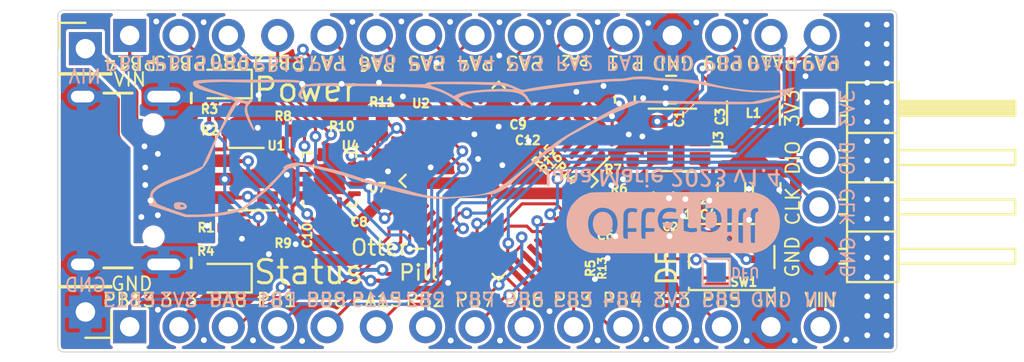
<source format=kicad_pcb>
(kicad_pcb (version 20211014) (generator pcbnew)
  (title_block (title "OtterPill") (date "2023-01-04") (rev "v1.4.0") (company "Jana Hemsing"))
  (layers (0 "F.Cu" signal) (31 "B.Cu" signal) (34 "B.Paste" user) (35 "F.Paste" user) (36 "B.SilkS" user "B.Silkscreen") (37 "F.SilkS" user "F.Silkscreen") (38 "B.Mask" user) (39 "F.Mask" user) (44 "Edge.Cuts" user))
  (net 0 "")
  (net 1 "GND")
  (net 2 "Net-(C3-Pad2)")
  (net 3 "Net-(C3-Pad1)")
  (net 4 "+3V3")
  (net 5 "Net-(D1-Pad1)")
  (net 6 "Net-(D2-Pad1)")
  (net 9 "Net-(R6-Pad2)")
  (net 15 "SWCLK")
  (net 16 "SWDIO")
  (net 17 "CC2")
  (net 18 "CC1")
  (net 19 "Net-(R8-Pad2)")
  (net 20 "Net-(R9-Pad2)")
  (net 21 "INT_N")
  (net 22 "SDA")
  (net 23 "SCL")
  (net 26 "USB_P")
  (net 27 "USB_N")
  (net 28 "VIN")
  (net 29 "Net-(R12-Pad2)")
  (net 30 "Net-(J7-Pad1)")
  (net 31 "Net-(R13-Pad1)")
  (net 32 "PB13")
  (net 33 "PA9")
  (net 34 "PA10")
  (net 35 "PB9")
  (net 36 "PA1")
  (net 37 "PA2")
  (net 38 "PA3")
  (net 39 "PA4")
  (net 40 "PA5")
  (net 41 "PA6")
  (net 42 "PA7")
  (net 43 "PB0")
  (net 44 "PB15")
  (net 45 "PB14")
  (net 46 "PB5")
  (net 47 "PB4")
  (net 48 "PB3")
  (net 49 "PB6")
  (net 50 "PB7")
  (net 51 "PB2")
  (net 52 "PA15")
  (net 53 "PB8")
  (net 54 "PB1")
  (net 55 "PA8")
  (net 56 "PA0")
  (net 57 "VBUS")
  (footprint "LED_SMD:LED_0603_1608Metric" (layer "F.Cu") (at 28.5 23.6 180)
    (fp_text reference "D1" hide)
    (fp_text value "LED RED")
  )
  (footprint "LED_SMD:LED_0603_1608Metric" (layer "F.Cu") (at 28.5 33.6 180)
    (fp_text reference "D2" hide)
    (fp_text value "LED GREEN")
  )
  (footprint "otter:USB-C 16Pin" (layer "F.Cu") (at 26.369999 28.57 -90)
    (fp_text reference "J1" hide)
    (fp_text value "USB-c")
  )
  (footprint "Connector_PinHeader_2.54mm:PinHeader_1x15_P2.54mm_Vertical" (layer "F.Cu") (at 23.7 21.1 90)
    (fp_text reference "J3" hide)
    (fp_text value "1")
  )
  (footprint "Resistor_SMD:R_0402_1005Metric" (layer "F.Cu") (at 29 31 180)
    (fp_text reference "R1")
    (fp_text value "DNP")
  )
  (footprint "Resistor_SMD:R_0402_1005Metric" (layer "F.Cu") (at 29.2 26 180)
    (fp_text reference "R2")
    (fp_text value "DNP")
  )
  (footprint "Resistor_SMD:R_0402_1005Metric" (layer "F.Cu") (at 29.2 24.9)
    (fp_text reference "R3")
    (fp_text value "3k3")
  )
  (footprint "Resistor_SMD:R_0402_1005Metric" (layer "F.Cu") (at 29 32.2)
    (fp_text reference "R4")
    (fp_text value "3k3")
  )
  (footprint "Package_TO_SOT_SMD:SOT-23-6" (layer "F.Cu") (at 29.7 28.5 180)
    (fp_text reference "U1")
    (fp_text value "USBLC6-4")
  )
  (footprint "Resistor_SMD:R_0402_1005Metric" (layer "F.Cu") (at 31.6 26)
    (fp_text reference "R8")
    (fp_text value "0")
  )
  (footprint "Resistor_SMD:R_0402_1005Metric" (layer "F.Cu") (at 31.6 31)
    (fp_text reference "R9")
    (fp_text value "0")
  )
  (footprint "Package_DFN_QFN:WQFN-14-1EP_2.5x2.5mm_P0.5mm_EP1.45x1.45mm" (layer "F.Cu") (at 34 28.5 90)
    (fp_text reference "U4")
    (fp_text value "FUSB302BMPX")
  )
  (footprint "Capacitor_SMD:C_0402_1005Metric" (layer "F.Cu") (at 48.92 30.255 -90)
    (fp_text reference "C6")
    (fp_text value "100n 50V")
  )
  (footprint "Capacitor_SMD:C_0402_1005Metric" (layer "F.Cu") (at 36.47 27.7 -90)
    (fp_text reference "C7")
    (fp_text value "100n 50V")
  )
  (footprint "Capacitor_SMD:C_0402_1005Metric" (layer "F.Cu") (at 34.6 31.4 -90)
    (fp_text reference "C8")
    (fp_text value "100n 50V")
  )
  (footprint "Capacitor_SMD:C_0402_1005Metric" (layer "F.Cu") (at 33.6 31.4 -90)
    (fp_text reference "C10")
    (fp_text value "100n 50V")
  )
  (footprint "Resistor_SMD:R_0402_1005Metric" (layer "F.Cu") (at 35.69 25.770001 90)
    (fp_text reference "R10")
    (fp_text value "3k3")
  )
  (footprint "Resistor_SMD:R_0402_1005Metric" (layer "F.Cu") (at 36.69 25.770001 90)
    (fp_text reference "R11")
    (fp_text value "3k3")
  )
  (footprint "Resistor_SMD:R_0402_1005Metric" (layer "F.Cu") (at 49.93 28.99 90)
    (fp_text reference "R6")
    (fp_text value "100k")
  )
  (footprint "Capacitor_SMD:C_0402_1005Metric" (layer "F.Cu") (at 53.72 23.87 -90)
    (fp_text reference "C3")
    (fp_text value "100n 50V")
  )
  (footprint "Package_TO_SOT_SMD:SOT-23-6" (layer "F.Cu") (at 51.97 26.48)
    (fp_text reference "U3")
    (fp_text value "SY8201")
  )
  (footprint "Resistor_SMD:R_0402_1005Metric" (layer "F.Cu") (at 48.8 33.095 90)
    (fp_text reference "R5")
    (fp_text value "3k3")
  )
  (footprint "Resistor_SMD:R_0402_1005Metric" (layer "F.Cu") (at 49.6 27.085 90)
    (fp_text reference "R7")
    (fp_text value "22k")
  )
  (footprint "Capacitor_SMD:C_0805_2012Metric" (layer "F.Cu") (at 56.5 28.96 -90)
    (fp_text reference "C4")
    (fp_text value "10u 25V")
  )
  (footprint "Button_Switch_SMD:SW_SPST_PTS810" (layer "F.Cu") (at 54.7 32.512 180)
    (fp_text reference "SW1")
    (fp_text value "DFU")
  )
  (footprint "Capacitor_SMD:C_0805_2012Metric" (layer "F.Cu") (at 51.58 23.89 180)
    (fp_text reference "C1")
    (fp_text value "10u 25V")
  )
  (footprint "Connector_PinHeader_2.54mm:PinHeader_1x15_P2.54mm_Vertical" (layer "F.Cu") (at 23.7 36.1 90)
    (fp_text reference "J4" hide)
    (fp_text value "2")
  )
  (footprint "Package_QFP:LQFP-48_7x7mm_P0.5mm" (layer "F.Cu") (at 42.7 28.589949 -135)
    (fp_text reference "U2")
    (fp_text value "STM32F072C8Tx")
  )
  (footprint "Inductor_SMD:L_1210_3225Metric" (layer "F.Cu") (at 55.82 25.1 -90)
    (fp_text reference "L1")
    (fp_text value "4u7")
  )
  (footprint "Connector_PinHeader_2.54mm:PinHeader_1x01_P2.54mm_Vertical" (layer "F.Cu") (at 21.42 35.34 180)
    (fp_text reference "J6" hide)
    (fp_text value "GND")
  )
  (footprint "Connector_PinHeader_2.54mm:PinHeader_1x01_P2.54mm_Vertical" (layer "F.Cu") (at 21.42 21.78)
    (fp_text reference "J2" hide)
    (fp_text value "VBUS")
  )
  (footprint "Capacitor_SMD:C_0402_1005Metric" (layer "F.Cu") (at 46.2 24.1 -45)
    (fp_text reference "C9")
    (fp_text value "100n 50V")
  )
  (footprint "Resistor_SMD:R_0402_1005Metric" (layer "F.Cu") (at 49.83 33.09 90)
    (fp_text reference "R13")
    (fp_text value "100")
  )
  (footprint "Capacitor_SMD:C_0402_1005Metric" (layer "F.Cu") (at 49.93 31 -90)
    (fp_text reference "C5")
    (fp_text value "100n 50V")
  )
  (footprint "Resistor_SMD:R_0402_1005Metric" (layer "F.Cu") (at 52.8 28.75)
    (fp_text reference "R12")
    (fp_text value "100k")
  )
  (footprint "Capacitor_SMD:C_0805_2012Metric" (layer "F.Cu") (at 54.69 28.95 -90)
    (fp_text reference "C11")
    (fp_text value "10u 25V")
  )
  (footprint "otter:PinHeader_1x04_P2.54mm_Horizontal" (layer "F.Cu") (at 59.2 24.85)
    (fp_text reference "J5" hide)
    (fp_text value "SWD")
  )
  (footprint "Capacitor_SMD:C_0603_1608Metric" (layer "F.Cu") (at 51.18 29.34 -90)
    (fp_text reference "C2")
    (fp_text value "100n 50V")
  )
  (footprint "Capacitor_SMD:C_0402_1005Metric" (layer "F.Cu") (at 47.6 23.2)
    (fp_text reference "C12")
    (fp_text value "100n 50V")
  )
  (footprint "Resistor_SMD:R_0402_1005Metric" (layer "F.Cu") (at 48.2 26.1 135)
    (fp_text reference "R14")
    (fp_text value "100k")
  )
  (footprint "Resistor_SMD:R_0402_1005Metric" (layer "F.Cu") (at 47.7 24.6 45)
    (fp_text reference "R15")
    (fp_text value "22k")
  )
  (footprint "Resistor_SMD:R_0603_1608Metric" (layer "F.Cu") (at 49.2 24.4 90)
    (fp_text reference "R16")
    (fp_text value "1")
  )
  (footprint "TestPoint:TestPoint_Pad_1.0x1.0mm" (layer "B.Cu") (at 53.9 33.3)
    (fp_text reference "J7" hide)
    (fp_text value "PAD")
  )
  (footprint "otter:otter_laying_3411" (layer "B.Cu") (at 41 26.81)
    (fp_text reference "G***" hide)
    (fp_text value "LOGO" hide)
  )
  (footprint "otter:otterpill_126x46" (layer "B.Cu") (at 51 30.2)
    (fp_text reference "G***" hide)
    (fp_text value "LOGO" hide)
  )
  (gr_line (start 20 37.1) (end 20 20.1) (layer "Edge.Cuts") (width 0.05))
  (gr_line (start 20.3 19.8) (end 62.9 19.8) (layer "Edge.Cuts") (width 0.05))
  (gr_line (start 62.9 37.4) (end 20.3 37.4) (layer "Edge.Cuts") (width 0.05))
  (gr_line (start 63.2 20.1) (end 63.2 37.1) (layer "Edge.Cuts") (width 0.05))
  (gr_arc (start 20 20.1) (mid 20.087868 19.887868) (end 20.3 19.8) (layer "Edge.Cuts") (width 0.05))
  (gr_arc (start 63.2 37.1) (mid 63.112132 37.312132) (end 62.9 37.4) (layer "Edge.Cuts") (width 0.05))
  (gr_arc (start 62.9 19.8) (mid 63.112132 19.887868) (end 63.2 20.1) (layer "Edge.Cuts") (width 0.05))
  (gr_arc (start 20.3 37.4) (mid 20.087868 37.312132) (end 20 37.1) (layer "Edge.Cuts") (width 0.05))
  (gr_text "3V3" (at 26.225 34.725) (layer "B.SilkS") (effects (font (size 0.7 0.7) (thickness 0.1)) (justify mirror)))
  (gr_text "PB13" (at 23.675 34.725) (layer "B.SilkS") (effects (font (size 0.7 0.7) (thickness 0.1)) (justify mirror)))
  (gr_text "PB6" (at 44.025 34.725) (layer "B.SilkS") (effects (font (size 0.7 0.7) (thickness 0.1)) (justify mirror)))
  (gr_text "PB8" (at 33.825 34.725) (layer "B.SilkS") (effects (font (size 0.7 0.7) (thickness 0.1)) (justify mirror)))
  (gr_text "VIN" (at 59.275 34.725) (layer "B.SilkS") (effects (font (size 0.7 0.7) (thickness 0.1)) (justify mirror)))
  (gr_text "PB2" (at 38.925 34.725) (layer "B.SilkS") (effects (font (size 0.7 0.7) (thickness 0.1)) (justify mirror)))
  (gr_text "PA15" (at 36.425 34.725) (layer "B.SilkS") (effects (font (size 0.7 0.7) (thickness 0.1)) (justify mirror)))
  (gr_text "PB4" (at 49.075 34.725) (layer "B.SilkS") (effects (font (size 0.7 0.7) (thickness 0.1)) (justify mirror)))
  (gr_text "PB5" (at 54.175 34.725) (layer "B.SilkS") (effects (font (size 0.7 0.7) (thickness 0.1)) (justify mirror)))
  (gr_text "3V3" (at 51.625 34.725) (layer "B.SilkS") (effects (font (size 0.7 0.7) (thickness 0.1)) (justify mirror)))
  (gr_text "PB3" (at 46.525 34.725) (layer "B.SilkS") (effects (font (size 0.7 0.7) (thickness 0.1)) (justify mirror)))
  (gr_text "PA8" (at 28.775 34.725) (layer "B.SilkS") (effects (font (size 0.7 0.7) (thickness 0.1)) (justify mirror)))
  (gr_text "PB1" (at 31.275 34.725) (layer "B.SilkS") (effects (font (size 0.7 0.7) (thickness 0.1)) (justify mirror)))
  (gr_text "GND" (at 56.725 34.725) (layer "B.SilkS") (effects (font (size 0.7 0.7) (thickness 0.1)) (justify mirror)))
  (gr_text "PB7" (at 41.475 34.725) (layer "B.SilkS") (effects (font (size 0.7 0.7) (thickness 0.1)) (justify mirror)))
  (gr_text "PA2" (at 46.6 22.5 180) (layer "B.SilkS") (effects (font (size 0.7 0.7) (thickness 0.1)) (justify mirror)))
  (gr_text "PA7" (at 33.9 22.5 180) (layer "B.SilkS") (effects (font (size 0.7 0.7) (thickness 0.1)) (justify mirror)))
  (gr_text "PA4" (at 41.55 22.5 180) (layer "B.SilkS") (effects (font (size 0.7 0.7) (thickness 0.1)) (justify mirror)))
  (gr_text "PB15" (at 26.325 22.5 180) (layer "B.SilkS") (effects (font (size 0.7 0.7) (thickness 0.1)) (justify mirror)))
  (gr_text "PA9" (at 59.325 22.5 180) (layer "B.SilkS") (effects (font (size 0.7 0.7) (thickness 0.1)) (justify mirror)))
  (gr_text "PA3" (at 44.075 22.5 180) (layer "B.SilkS") (effects (font (size 0.7 0.7) (thickness 0.1)) (justify mirror)))
  (gr_text "PB14" (at 23.775 22.5 180) (layer "B.SilkS") (effects (font (size 0.7 0.7) (thickness 0.1)) (justify mirror)))
  (gr_text "PA5" (at 39.025 22.5 180) (layer "B.SilkS") (effects (font (size 0.7 0.7) (thickness 0.1)) (justify mirror)))
  (gr_text "PA1" (at 49.2 22.5 180) (layer "B.SilkS") (effects (font (size 0.7 0.7) (thickness 0.1)) (justify mirror)))
  (gr_text "PA10" (at 56.825 22.5 180) (layer "B.SilkS") (effects (font (size 0.7 0.7) (thickness 0.1)) (justify mirror)))
  (gr_text "PA6" (at 36.475 22.45 180) (layer "B.SilkS") (effects (font (size 0.7 0.7) (thickness 0.1)) (justify mirror)))
  (gr_text "PB12" (at 31.4 22.55 180) (layer "B.SilkS") (effects (font (size 0.7 0.7) (thickness 0.1)) (justify mirror)))
  (gr_text "PB9" (at 54.275 22.5 180) (layer "B.SilkS") (effects (font (size 0.7 0.7) (thickness 0.1)) (justify mirror)))
  (gr_text "PB0" (at 28.875 22.5 180) (layer "B.SilkS") (effects (font (size 0.7 0.7) (thickness 0.1)) (justify mirror)))
  (gr_text "GND" (at 51.725 22.5 180) (layer "B.SilkS") (effects (font (size 0.7 0.7) (thickness 0.1)) (justify mirror)))
  (gr_text "GND" (at 60.695 32.52 90) (layer "B.SilkS") (effects (font (size 0.7 0.7) (thickness 0.1)) (justify mirror)))
  (gr_text "CLK" (at 60.67 29.92 90) (layer "B.SilkS") (effects (font (size 0.7 0.7) (thickness 0.1)) (justify mirror)))
  (gr_text "DIO" (at 60.67 27.42 90) (layer "B.SilkS") (effects (font (size 0.7 0.7) (thickness 0.1)) (justify mirror)))
  (gr_text "3V3" (at 60.67 24.87 90) (layer "B.SilkS") (effects (font (size 0.7 0.7) (thickness 0.1)) (justify mirror)))
  (gr_text "VIN" (at 21.39 23.16 180) (layer "B.SilkS") (effects (font (size 0.7 0.7) (thickness 0.1)) (justify mirror)))
  (gr_text "GND" (at 21.42 33.95) (layer "B.SilkS") (effects (font (size 0.7 0.7) (thickness 0.1)) (justify mirror)))
  (gr_text "DFU" (at 55.4 33.3 180) (layer "B.SilkS") (effects (font (size 0.5 0.5) (thickness 0.1)) (justify mirror)))
  (gr_text "Status" (at 30 33.29) (layer "F.SilkS") (effects (font (size 1.2 1.2)) (justify left)))
  (gr_text "GND" (at 57.825 32.5 90) (layer "F.SilkS") (effects (font (size 0.7 0.7) (thickness 0.1))))
  (gr_text "CLK" (at 57.85 29.9 90) (layer "F.SilkS") (effects (font (size 0.7 0.7) (thickness 0.1))))
  (gr_text "DIO" (at 57.85 27.4 90) (layer "F.SilkS") (effects (font (size 0.7 0.7) (thickness 0.1))))
  (gr_text "VIN" (at 59.275 34.725) (layer "F.SilkS") (effects (font (size 0.7 0.7) (thickness 0.1))))
  (gr_text "PB0" (at 28.83 22.41 180) (layer "F.SilkS") (effects (font (size 0.7 0.7) (thickness 0.1))))
  (gr_text "PA9" (at 59.275 22.5 180) (layer "F.SilkS") (effects (font (size 0.7 0.7) (thickness 0.1))))
  (gr_text "VIN" (at 23.71 23.37) (layer "F.SilkS") (effects (font (size 0.7 0.7) (thickness 0.1))))
  (gr_text "3V3" (at 57.82 24.84 90) (layer "F.SilkS") (effects (font (size 0.7 0.7) (thickness 0.1))))
  (gr_text "PA10" (at 56.775 22.5 180) (layer "F.SilkS") (effects (font (size 0.7 0.7) (thickness 0.1))))
  (gr_text "PA15" (at 36.425 34.725) (layer "F.SilkS") (effects (font (size 0.7 0.7) (thickness 0.1))))
  (gr_text "PB8" (at 33.825 34.725) (layer "F.SilkS") (effects (font (size 0.7 0.7) (thickness 0.1))))
  (gr_text "PA7" (at 33.85 22.5 180) (layer "F.SilkS") (effects (font (size 0.7 0.7) (thickness 0.1))))
  (gr_text "PA4" (at 41.5 22.5 180) (layer "F.SilkS") (effects (font (size 0.7 0.7) (thickness 0.1))))
  (gr_text "GND" (at 23.81 33.89) (layer "F.SilkS") (effects (font (size 0.7 0.7) (thickness 0.1))))
  (gr_text "GND" (at 51.675 22.5 180) (layer "F.SilkS") (effects (font (size 0.7 0.7) (thickness 0.1))))
  (gr_text "PB3" (at 46.525 34.725) (layer "F.SilkS") (effects (font (size 0.7 0.7) (thickness 0.1))))
  (gr_text "PB2" (at 38.925 34.725) (layer "F.SilkS") (effects (font (size 0.7 0.7) (thickness 0.1))))
  (gr_text "3V3" (at 51.625 34.725) (layer "F.SilkS") (effects (font (size 0.7 0.7) (thickness 0.1))))
  (gr_text "PB4" (at 49.075 34.725) (layer "F.SilkS") (effects (font (size 0.7 0.7) (thickness 0.1))))
  (gr_text "PB13" (at 23.675 34.725) (layer "F.SilkS") (effects (font (size 0.7 0.7) (thickness 0.1))))
  (gr_text "PA8" (at 28.775 34.725) (layer "F.SilkS") (effects (font (size 0.7 0.7) (thickness 0.1))))
  (gr_text "GND" (at 56.725 34.725) (layer "F.SilkS") (effects (font (size 0.7 0.7) (thickness 0.1))))
  (gr_text "PB15" (at 26.275 22.5 180) (layer "F.SilkS") (effects (font (size 0.7 0.7) (thickness 0.1))))
  (gr_text "PB9" (at 54.225 22.5 180) (layer "F.SilkS") (effects (font (size 0.7 0.7) (thickness 0.1))))
  (gr_text "PB14" (at 23.725 22.5 180) (layer "F.SilkS") (effects (font (size 0.7 0.7) (thickness 0.1))))
  (gr_text "PA1" (at 49.23 22.5 180) (layer "F.SilkS") (effects (font (size 0.7 0.7) (thickness 0.1))))
  (gr_text "PB1" (at 31.275 34.725) (layer "F.SilkS") (effects (font (size 0.7 0.7) (thickness 0.1))))
  (gr_text "PA5" (at 38.975 22.5 180) (layer "F.SilkS") (effects (font (size 0.7 0.7) (thickness 0.1))))
  (gr_text "PB7" (at 41.475 34.725) (layer "F.SilkS") (effects (font (size 0.7 0.7) (thickness 0.1))))
  (gr_text "PB6" (at 44.025 34.725) (layer "F.SilkS") (effects (font (size 0.7 0.7) (thickness 0.1))))
  (gr_text "3V3" (at 26.225 34.725) (layer "F.SilkS") (effects (font (size 0.7 0.7) (thickness 0.1))))
  (gr_text "PB12" (at 31.35 22.45 180) (layer "F.SilkS") (effects (font (size 0.7 0.7) (thickness 0.1))))
  (gr_text "Otter-\n     Pill" (at 37.06 32.67) (layer "F.SilkS") (effects (font (size 0.8 0.8) (thickness 0.12))))
  (gr_text "Power" (at 30 23.89) (layer "F.SilkS") (effects (font (size 1.2 1.2)) (justify left)))
  (gr_text "PA2" (at 46.625 22.375 180) (layer "F.SilkS") (effects (font (size 0.5 0.5) (thickness 0.1))))
  (gr_text "PB5" (at 54.175 34.725) (layer "F.SilkS") (effects (font (size 0.7 0.7) (thickness 0.1))))
  (gr_text "PA3" (at 44.025 22.5 180) (layer "F.SilkS") (effects (font (size 0.7 0.7) (thickness 0.1))))
  (gr_text "DFU" (at 51.35 32.52 90) (layer "F.SilkS") (effects (font (size 1 1))))
  (gr_text "PA6" (at 36.425 22.55 180) (layer "F.SilkS") (effects (font (size 0.7 0.7) (thickness 0.1))))
  (segment (start 50.5425 24.228074) (end 50.5425 23.89) (width 0.6) (layer "F.Cu") (net 1))
  (segment (start 50.1425 24.328074) (end 50.1425 24.752338) (width 0.2) (layer "F.Cu") (net 1))
  (segment (start 24.9425 32.89) (end 25.454999 32.89) (width 0.157) (layer "F.Cu") (net 1))
  (segment (start 50 26.2) (end 50.1 26.3) (width 0.2) (layer "F.Cu") (net 1))
  (segment (start 26.369999 25.37) (end 26.369999 25.165) (width 0.4) (layer "F.Cu") (net 1))
  (segment (start 50.1425 24.752338) (end 50 24.894838) (width 0.2) (layer "F.Cu") (net 1))
  (segment (start 34.5 27.2375) (end 34.5 28) (width 0.2) (layer "F.Cu") (net 1))
  (segment (start 26.369999 25.165) (end 25.454999 24.25) (width 0.4) (layer "F.Cu") (net 1))
  (segment (start 34.5 28) (end 34 28.5) (width 0.2) (layer "F.Cu") (net 1))
  (segment (start 34 27.2375) (end 34 28.5) (width 0.2) (layer "F.Cu") (net 1))
  (segment (start 25.454999 32.89) (end 25.454999 32.685) (width 0.4) (layer "F.Cu") (net 1))
  (segment (start 25.454999 32.685) (end 26.369999 31.77) (width 0.4) (layer "F.Cu") (net 1))
  (segment (start 45.786342 24.442947) (end 46.542947 24.442947) (width 0.2) (layer "F.Cu") (net 1))
  (segment (start 50 24.894838) (end 50 26.2) (width 0.2) (layer "F.Cu") (net 1))
  (segment (start 45.113002 25.116287) (end 45.786342 24.442947) (width 0.2) (layer "F.Cu") (net 1))
  (via (at 62.68 20.54) (size 0.6) (drill 0.3) (layers "F.Cu" "B.Cu") (net 1))
  (via (at 61.68 21.54) (size 0.6) (drill 0.3) (layers "F.Cu" "B.Cu") (net 1))
  (via (at 62.68 21.54) (size 0.6) (drill 0.3) (layers "F.Cu" "B.Cu") (net 1))
  (via (at 61.68 22.54) (size 0.6) (drill 0.3) (layers "F.Cu" "B.Cu") (net 1))
  (via (at 62.68 22.54) (size 0.6) (drill 0.3) (layers "F.Cu" "B.Cu") (net 1))
  (via (at 61.68 23.54) (size 0.6) (drill 0.3) (layers "F.Cu" "B.Cu") (net 1))
  (via (at 62.68 23.54) (size 0.6) (drill 0.3) (layers "F.Cu" "B.Cu") (net 1))
  (via (at 61.68 24.54) (size 0.6) (drill 0.3) (layers "F.Cu" "B.Cu") (net 1))
  (via (at 62.68 24.54) (size 0.6) (drill 0.3) (layers "F.Cu" "B.Cu") (net 1))
  (via (at 61.68 25.54) (size 0.6) (drill 0.3) (layers "F.Cu" "B.Cu") (net 1))
  (via (at 62.68 25.54) (size 0.6) (drill 0.3) (layers "F.Cu" "B.Cu") (net 1))
  (via (at 61.68 26.54) (size 0.6) (drill 0.3) (layers "F.Cu" "B.Cu") (net 1))
  (via (at 62.68 26.54) (size 0.6) (drill 0.3) (layers "F.Cu" "B.Cu") (net 1))
  (via (at 61.68 27.54) (size 0.6) (drill 0.3) (layers "F.Cu" "B.Cu") (net 1))
  (via (at 62.68 27.54) (size 0.6) (drill 0.3) (layers "F.Cu" "B.Cu") (net 1))
  (via (at 61.68 28.54) (size 0.6) (drill 0.3) (layers "F.Cu" "B.Cu") (net 1))
  (via (at 62.68 28.54) (size 0.6) (drill 0.3) (layers "F.Cu" "B.Cu") (net 1))
  (via (at 61.68 29.54) (size 0.6) (drill 0.3) (layers "F.Cu" "B.Cu") (net 1))
  (via (at 62.68 29.54) (size 0.6) (drill 0.3) (layers "F.Cu" "B.Cu") (net 1))
  (via (at 61.68 30.54) (size 0.6) (drill 0.3) (layers "F.Cu" "B.Cu") (net 1))
  (via (at 62.68 30.54) (size 0.6) (drill 0.3) (layers "F.Cu" "B.Cu") (net 1))
  (via (at 61.68 31.54) (size 0.6) (drill 0.3) (layers "F.Cu" "B.Cu") (net 1))
  (via (at 62.68 31.54) (size 0.6) (drill 0.3) (layers "F.Cu" "B.Cu") (net 1))
  (via (at 61.68 32.54) (size 0.6) (drill 0.3) (layers "F.Cu" "B.Cu") (net 1))
  (via (at 62.68 32.54) (size 0.6) (drill 0.3) (layers "F.Cu" "B.Cu") (net 1))
  (via (at 61.68 33.54) (size 0.6) (drill 0.3) (layers "F.Cu" "B.Cu") (net 1))
  (via (at 62.68 33.54) (size 0.6) (drill 0.3) (layers "F.Cu" "B.Cu") (net 1))
  (via (at 61.68 34.54) (size 0.6) (drill 0.3) (layers "F.Cu" "B.Cu") (net 1))
  (via (at 62.68 34.54) (size 0.6) (drill 0.3) (layers "F.Cu" "B.Cu") (net 1))
  (via (at 61.68 35.54) (size 0.6) (drill 0.3) (layers "F.Cu" "B.Cu") (net 1))
  (via (at 62.68 35.54) (size 0.6) (drill 0.3) (layers "F.Cu" "B.Cu") (net 1))
  (via (at 61.68 36.54) (size 0.6) (drill 0.3) (layers "F.Cu" "B.Cu") (net 1))
  (via (at 62.68 36.54) (size 0.6) (drill 0.3) (layers "F.Cu" "B.Cu") (net 1))
  (via (at 45.32 35.3) (size 0.6) (drill 0.3) (layers "F.Cu" "B.Cu") (net 1))
  (via (at 36.54 23.53) (size 0.6) (drill 0.3) (layers "F.Cu" "B.Cu") (net 1))
  (via (at 32.58 23.594) (size 0.6) (drill 0.3) (layers "F.Cu" "B.Cu") (net 1))
  (via (at 39.5 22.5) (size 0.6) (drill 0.3) (layers "F.Cu" "B.Cu") (net 1))
  (via (at 48.71 31.44) (size 0.6) (drill 0.3) (layers "F.Cu" "B.Cu") (net 1))
  (via (at 48.1 23.7) (size 0.6) (drill 0.3) (layers "F.Cu" "B.Cu") (net 1))
  (via (at 34.612 23.594) (size 0.6) (drill 0.3) (layers "F.Cu" "B.Cu") (net 1))
  (via (at 30.86551 32.36) (size 0.6) (drill 0.3) (layers "F.Cu" "B.Cu") (net 1))
  (via (at 55.47 36.82) (size 0.6) (drill 0.3) (layers "F.Cu" "B.Cu") (net 1))
  (via (at 50.3 36.75) (size 0.6) (drill 0.3) (layers "F.Cu" "B.Cu") (net 1))
  (via (at 49.1 28.5) (size 0.6) (drill 0.3) (layers "F.Cu" "B.Cu") (net 1))
  (via (at 55.6 30.6) (size 0.6) (drill 0.3) (layers "F.Cu" "B.Cu") (net 1))
  (via (at 47.8 36.8) (size 0.6) (drill 0.3) (layers "F.Cu" "B.Cu") (net 1))
  (via (at 30.34 24.17) (size 0.6) (drill 0.3) (layers "F.Cu" "B.Cu") (net 1))
  (via (at 57.95 36.81) (size 0.6) (drill 0.3) (layers "F.Cu" "B.Cu") (net 1))
  (via (at 27.51 20.42) (size 0.6) (drill 0.3) (layers "F.Cu" "B.Cu") (net 1))
  (via (at 37.77 24.24299) (size 0.6) (drill 0.3) (layers "F.Cu" "B.Cu") (net 1))
  (via (at 37.69 20.38) (size 0.6) (drill 0.3) (layers "F.Cu" "B.Cu") (net 1))
  (via (at 52.9 36.8) (size 0.6) (drill 0.3) (layers "F.Cu" "B.Cu") (net 1))
  (via (at 51.3 24.6) (size 0.6) (drill 0.3) (layers "F.Cu" "B.Cu") (net 1))
  (via (at 51.47 29.48) (size 0.6) (drill 0.3) (layers "F.Cu" "B.Cu") (net 1))
  (via (at 52.88 20.43) (size 0.6) (drill 0.3) (layers "F.Cu" "B.Cu") (net 1))
  (via (at 61.68 20.54) (size 0.6) (drill 0.3) (layers "F.Cu" "B.Cu") (net 1))
  (via (at 46.7 24) (size 0.6) (drill 0.3) (layers "F.Cu" "B.Cu") (net 1))
  (via (at 30.292456 25.856973) (size 0.6) (drill 0.3) (layers "F.Cu" "B.Cu") (net 1))
  (via (at 41.45 26.19) (size 0.6) (drill 0.3) (layers "F.Cu" "B.Cu") (net 1))
  (via (at 45.28 20.42) (size 0.6) (drill 0.3) (layers "F.Cu" "B.Cu") (net 1))
  (via (at 40.23 36.81) (size 0.6) (drill 0.3) (layers "F.Cu" "B.Cu") (net 1))
  (via (at 50.4 20.46) (size 0.6) (drill 0.3) (layers "F.Cu" "B.Cu") (net 1))
  (via (at 40.2 20.4) (size 0.6) (drill 0.3) (layers "F.Cu" "B.Cu") (net 1))
  (via (at 57.15 29.05) (size 0.6) (drill 0.3) (layers "F.Cu" "B.Cu") (net 1))
  (via (at 49.4 26.2) (size 0.6) (drill 0.3) (layers "F.Cu" "B.Cu") (net 1))
  (via (at 48.5 28.82) (size 0.6) (drill 0.3) (layers "F.Cu" "B.Cu") (net 1))
  (via (at 32.58 36.83) (size 0.6) (drill 0.3) (layers "F.Cu" "B.Cu") (net 1))
  (via (at 42.89 27.78) (size 0.6) (drill 0.3) (layers "F.Cu" "B.Cu") (net 1))
  (via (at 47.656337 33.643663) (size 0.6) (drill 0.3) (layers "F.Cu" "B.Cu") (net 1))
  (via (at 50.1 26.3) (size 0.6) (drill 0.3) (layers "F.Cu" "B.Cu") (net 1))
  (via (at 41.64 27.46) (size 0.6) (drill 0.3) (layers "F.Cu" "B.Cu") (net 1))
  (via (at 29.48 31.57) (size 0.6) (drill 0.3) (layers "F.Cu" "B.Cu") (net 1))
  (via (at 42.77 36.81) (size 0.6) (drill 0.3) (layers "F.Cu" "B.Cu") (net 1))
  (via (at 31.79299 28.275) (size 0.6) (drill 0.3) (layers "F.Cu" "B.Cu") (net 1))
  (via (at 27.52 36.79) (size 0.6) (drill 0.3) (layers "F.Cu" "B.Cu") (net 1))
  (via (at 60.61 36.76) (size 0.6) (drill 0.3) (layers "F.Cu" "B.Cu") (net 1))
  (via (at 58.5 23.2) (size 0.6) (drill 0.3) (layers "F.Cu" "B.Cu") (net 1))
  (via (at 35.17 20.4) (size 0.6) (drill 0.3) (layers "F.Cu" "B.Cu") (net 1))
  (via (at 50.1425 24.328074) (size 0.6) (drill 0.3) (layers "F.Cu" "B.Cu") (net 1))
  (via (at 52.2 30.4) (size 0.6) (drill 0.3) (layers "F.Cu" "B.Cu") (net 1))
  (via (at 42.74 20.42) (size 0.6) (drill 0.3) (layers "F.Cu" "B.Cu") (net 1))
  (via (at 53.55 29.6) (size 0.6) (drill 0.3) (layers "F.Cu" "B.Cu") (net 1))
  (via (at 51.3 23.8) (size 0.6) (drill 0.3) (layers "F.Cu" "B.Cu") (net 1))
  (via (at 30.05 36.8) (size 0.6) (drill 0.3) (layers "F.Cu" "B.Cu") (net 1))
  (via (at 25.07 20.38) (size 0.6) (drill 0.3) (layers "F.Cu" "B.Cu") (net 1))
  (via (at 55.59 29) (size 0.6) (drill 0.3) (layers "F.Cu" "B.Cu") (net 1))
  (via (at 42.7 25.79701) (size 0.6) (drill 0.3) (layers "F.Cu" "B.Cu") (net 1))
  (via (at 48.312533 32.567179) (size 0.6) (drill 0.3) (layers "F.Cu" "B.Cu") (net 1))
  (via (at 42.73 22.13) (size 0.6) (drill 0.3) (layers "F.Cu" "B.Cu") (net 1))
  (via (at 55.43 20.39) (size 0.6) (drill 0.3) (layers "F.Cu" "B.Cu") (net 1))
  (via (at 37 28.1) (size 0.6) (drill 0.3) (layers "F.Cu" "B.Cu") (net 1))
  (via (at 40.095772 33.843328) (size 0.6) (drill 0.3) (layers "F.Cu" "B.Cu") (net 1))
  (via (at 25.15 35.22551) (size 0.6) (drill 0.3) (layers "F.Cu" "B.Cu") (net 1))
  (via (at 44.25 26.53) (size 0.6) (drill 0.3) (layers "F.Cu" "B.Cu") (net 1))
  (via (at 47.8 20.41) (size 0.6) (drill 0.3) (layers "F.Cu" "B.Cu") (net 1))
  (via (at 39.2 27.89299) (size 0.6) (drill 0.3) (layers "F.Cu" "B.Cu") (net 1))
  (via (at 32.25 31.85) (size 0.6) (drill 0.3) (layers "F.Cu" "B.Cu") (net 1))
  (segment (start 53.72 24.355) (end 53.72 24.77) (width 0.2) (layer "F.Cu") (net 2))
  (segment (start 53.72 24.77) (end 52.96 25.53) (width 0.2) (layer "F.Cu") (net 2))
  (segment (start 53.72 23.385) (end 53.4 23.385) (width 0.157) (layer "F.Cu") (net 3))
  (segment (start 53.2 23.185) (end 53.2 22.8) (width 0.157) (layer "F.Cu") (net 3))
  (segment (start 53.4 23.385) (end 53.2 23.185) (width 0.157) (layer "F.Cu") (net 3))
  (via (at 50.87 25.53) (size 0.6) (drill 0.3) (layers "F.Cu" "B.Cu") (net 3))
  (via (at 53.2 22.8) (size 0.6) (drill 0.3) (layers "F.Cu" "B.Cu") (net 3))
  (segment (start 53.2 23.887) (end 53.2 23.224264) (width 0.157) (layer "B.Cu") (net 3))
  (segment (start 50.87 25.53) (end 51.557 25.53) (width 0.157) (layer "B.Cu") (net 3))
  (segment (start 53.2 23.224264) (end 53.2 22.8) (width 0.157) (layer "B.Cu") (net 3))
  (segment (start 51.557 25.53) (end 53.2 23.887) (width 0.157) (layer "B.Cu") (net 3))
  (segment (start 58 29.195638) (end 57.892999 29.302639) (width 0.6) (layer "F.Cu") (net 4))
  (segment (start 35.599998 32.172678) (end 35.109677 32.662999) (width 0.6) (layer "F.Cu") (net 4))
  (segment (start 45.76513 23.757053) (end 44.759449 24.762734) (width 0.2) (layer "F.Cu") (net 4))
  (segment (start 30.3 34.13) (end 29.78 34.65) (width 0.6) (layer "F.Cu") (net 4))
  (segment (start 50.23 30.16697) (end 50.23 29.485) (width 0.6) (layer "F.Cu") (net 4))
  (segment (start 37.9 28.37) (end 35.599998 30.670002) (width 0.6) (layer "F.Cu") (net 4))
  (segment (start 42.21 30.99) (end 42.21 28.65) (width 0.2) (layer "F.Cu") (net 4))
  (segment (start 56.775 30.84201) (end 56.775 31.437) (width 0.6) (layer "F.Cu") (net 4))
  (segment (start 47.64 29.24) (end 47.64 28.65) (width 0.6) (layer "F.Cu") (net 4))
  (segment (start 42.201159 32.481159) (end 41.95 32.23) (width 0.2) (layer "F.Cu") (net 4))
  (segment (start 48.13 29.73) (end 47.64 29.24) (width 0.6) (layer "F.Cu") (net 4))
  (segment (start 47.64 27.92) (end 47.88 27.68) (width 0.6) (layer "F.Cu") (net 4))
  (segment (start 53.090532 31.437) (end 51.924294 31.437) (width 0.157) (layer "F.Cu") (net 4))
  (segment (start 57.86701 29.90299) (end 57.86701 30.431516) (width 0.6) (layer "F.Cu") (net 4))
  (segment (start 41.701212 33.477825) (end 42.201159 32.977878) (width 0.2) (layer "F.Cu") (net 4))
  (segment (start 57.834498 26.06) (end 57.834498 28.0225) (width 0.4) (layer "F.Cu") (net 4))
  (segment (start 35.385 30.915) (end 34.6 30.915) (width 0.2) (layer "F.Cu") (net 4))
  (segment (start 49.93 30.435) (end 49.265 29.77) (width 0.6) (layer "F.Cu") (net 4))
  (segment (start 41.95 31.25) (end 42.21 30.99) (width 0.2) (layer "F.Cu") (net 4))
  (segment (start 47.64 28.65) (end 47.64 27.92) (width 0.6) (layer "F.Cu") (net 4))
  (segment (start 49.93 30.435) (end 49.93 29.605) (width 0.6) (layer "F.Cu") (net 4))
  (segment (start 35.109677 32.662999) (end 31.767001 32.662999) (width 0.6) (layer "F.Cu") (net 4))
  (segment (start 36.47 27.035001) (end 35.69 26.255001) (width 0.157) (layer "F.Cu") (net 4))
  (segment (start 37.812124 27.903293) (end 38.278831 28.37) (width 0.2) (layer "F.Cu") (net 4))
  (segment (start 27.69 34.65) (end 26.24 36.1) (width 0.6) (layer "F.Cu") (net 4))
  (segment (start 35.599998 30.700002) (end 35.599998 32.172678) (width 0.6) (layer "F.Cu") (net 4))
  (segment (start 36.47 27.215) (end 36.47 26.475001) (width 0.157) (layer "F.Cu") (net 4))
  (segment (start 47.900008 27.591161) (end 47.587876 27.591161) (width 0.2) (layer "F.Cu") (net 4))
  (segment (start 30.33 34.1) (end 30.33 30.47) (width 0.157) (layer "F.Cu") (net 4))
  (segment (start 57.892999 29.877001) (end 57.86701 29.90299) (width 0.6) (layer "F.Cu") (net 4))
  (segment (start 34.5 29.7625) (end 34.75 29.7625) (width 0.2) (layer "F.Cu") (net 4))
  (segment (start 44.759449 24.762734) (end 42.3 27.222183) (width 0.2) (layer "F.Cu") (net 4))
  (segment (start 36.47 27.215) (end 36.47 27.035001) (width 0.157) (layer "F.Cu") (net 4))
  (segment (start 50.134908 30.515) (end 49.93 30.515) (width 0.6) (layer "F.Cu") (net 4))
  (segment (start 37.812124 27.591161) (end 37.812124 27.903293) (width 0.2) (layer "F.Cu") (net 4))
  (segment (start 57.834498 28.0225) (end 57.849999 28.038001) (width 0.8) (layer "F.Cu") (net 4))
  (segment (start 56.49 28.0125) (end 56.5 28.0225) (width 0.8) (layer "F.Cu") (net 4))
  (segment (start 36.505 27.25) (end 36.47 27.215) (width 0.2) (layer "F.Cu") (net 4))
  (segment (start 38.278831 28.37) (end 38.439627 28.37) (width 0.2) (layer "F.Cu") (net 4))
  (segment (start 46.090873 29.234545) (end 42.683215 29.234545) (width 0.6) (layer "F.Cu") (net 4))
  (segment (start 49.81 29.485) (end 49.565 29.73) (width 0.6) (layer "F.Cu") (net 4))
  (segment (start 42.154335 28.705665) (end 38.775292 28.705665) (width 0.6) (layer "F.Cu") (net 4))
  (segment (start 34.75 29.7625) (end 35.2625 29.25) (width 0.2) (layer "F.Cu") (net 4))
  (segment (start 42.201159 32.977878) (end 42.201159 32.481159) (width 0.2) (layer "F.Cu") (net 4))
  (segment (start 51.200031 31.137001) (end 50.756909 31.137001) (width 0.6) (layer "F.Cu") (net 4))
  (segment (start 57.892999 29.302639) (end 57.892999 29.877001) (width 0.6) (layer "F.Cu") (net 4))
  (segment (start 42.3 27.222183) (end 42.3 28.56) (width 0.2) (layer "F.Cu") (net 4))
  (segment (start 59.2 24.85) (end 59.044498 24.85) (width 0.4) (layer "F.Cu") (net 4))
  (segment (start 49.565 29.73) (end 48.13 29.73) (width 0.6) (layer "F.Cu") (net 4))
  (segment (start 46.675418 28.65) (end 46.090873 29.234545) (width 0.6) (layer "F.Cu") (net 4))
  (segment (start 37.812124 27.591161) (end 37.470963 27.25) (width 0.2) (layer "F.Cu") (net 4))
  (segment (start 55.6 27.1025) (end 54.69 28.0125) (width 0.8) (layer "F.Cu") (net 4))
  (segment (start 55.6 26.68) (end 55.6 27.1025) (width 0.8) (layer "F.Cu") (net 4))
  (segment (start 50.23 29.485) (end 49.81 29.485) (width 0.6) (layer "F.Cu") (net 4))
  (segment (start 50.756909 31.137001) (end 50.134908 30.515) (width 0.6) (layer "F.Cu") (net 4))
  (segment (start 29.78 34.65) (end 27.69 34.65) (width 0.6) (layer "F.Cu") (net 4))
  (segment (start 35.599998 30.700002) (end 35.385 30.915) (width 0.2) (layer "F.Cu") (net 4))
  (segment (start 42.683215 29.234545) (end 42.154335 28.705665) (width 0.6) (layer "F.Cu") (net 4))
  (segment (start 59.044498 24.85) (end 57.834498 26.06) (width 0.4) (layer "F.Cu") (net 4))
  (segment (start 30.3 34.13) (end 30.33 34.1) (width 0.157) (layer "F.Cu") (net 4))
  (segment (start 34.5 29.7625) (end 34.5 30.815) (width 0.2) (layer "F.Cu") (net 4))
  (segment (start 51.924294 31.437) (end 51.50003 31.437) (width 0.157) (layer "F.Cu") (net 4))
  (segment (start 57.86701 30.431516) (end 57.456516 30.84201) (width 0.6) (layer "F.Cu") (net 4))
  (segment (start 36.47 26.475001) (end 36.69 26.255001) (width 0.157) (layer "F.Cu") (net 4))
  (segment (start 35.599998 30.670002) (end 35.599998 30.700002) (width 0.6) (layer "F.Cu") (net 4))
  (segment (start 38.439627 28.37) (end 37.9 28.37) (width 0.6) (layer "F.Cu") (net 4))
  (segment (start 56.775 31.437) (end 51.50003 31.437) (width 0.6) (layer "F.Cu") (net 4))
  (segment (start 56.5 28.0225) (end 57.834498 28.0225) (width 0.8) (layer "F.Cu") (net 4))
  (segment (start 49.93 29.605) (end 49.81 29.485) (width 0.6) (layer "F.Cu") (net 4))
  (segment (start 37.470963 27.25) (end 36.505 27.25) (width 0.2) (layer "F.Cu") (net 4))
  (segment (start 47.64 28.65) (end 46.675418 28.65) (width 0.6) (layer "F.Cu") (net 4))
  (segment (start 31.767001 32.662999) (end 30.3 34.13) (width 0.6) (layer "F.Cu") (net 4))
  (segment (start 34.5 30.815) (end 34.6 30.915) (width 0.2) (layer "F.Cu") (net 4))
  (segment (start 27.794282 25.392028) (end 27.794282 25.816292) (width 0.2) (layer "F.Cu") (net 4))
  (segment (start 45.857053 23.757053) (end 45.76513 23.757053) (width 0.2) (layer "F.Cu") (net 4))
  (segment (start 57.456516 30.84201) (end 56.775 30.84201) (width 0.6) (layer "F.Cu") (net 4))
  (segment (start 27.794282 23.694282) (end 27.794282 25.392028) (width 0.2) (layer "F.Cu") (net 4))
  (segment (start 51.50003 31.437) (end 51.200031 31.137001) (width 0.6) (layer "F.Cu") (net 4))
  (segment (start 55.6 27.1225) (end 56.5 28.0225) (width 0.8) (layer "F.Cu") (net 4))
  (segment (start 48.087823 27.403346) (end 47.900008 27.591161) (width 0.2) (layer "F.Cu") (net 4))
  (segment (start 41.95 32.23) (end 41.95 31.25) (width 0.2) (layer "F.Cu") (net 4))
  (segment (start 57.849999 28.038001) (end 58 28.188002) (width 0.6) (layer "F.Cu") (net 4))
  (segment (start 49.265 29.77) (end 48.92 29.77) (width 0.6) (layer "F.Cu") (net 4))
  (segment (start 47.88 27.68) (end 48.087823 27.472177) (width 0.2) (layer "F.Cu") (net 4))
  (segment (start 42.3 28.56) (end 42.154335 28.705665) (width 0.2) (layer "F.Cu") (net 4))
  (segment (start 55.6 26.68) (end 55.6 27.1225) (width 0.8) (layer "F.Cu") (net 4))
  (segment (start 58 28.188002) (end 58 29.195638) (width 0.6) (layer "F.Cu") (net 4))
  (segment (start 38.775292 28.705665) (end 38.439627 28.37) (width 0.6) (layer "F.Cu") (net 4))
  (segment (start 27.775 23.675) (end 27.794282 23.694282) (width 0.2) (layer "F.Cu") (net 4))
  (segment (start 54.69 28.0125) (end 56.49 28.0125) (width 0.8) (layer "F.Cu") (net 4))
  (via (at 28.59299 28.5) (size 0.6) (drill 0.3) (layers "F.Cu" "B.Cu") (net 4))
  (via (at 51.50003 31.437) (size 0.6) (drill 0.3) (layers "F.Cu" "B.Cu") (net 4))
  (via (at 30.33 30.47) (size 0.6) (drill 0.3) (layers "F.Cu" "B.Cu") (net 4))
  (via (at 27.794282 25.816292) (size 0.6) (drill 0.3) (layers "F.Cu" "B.Cu") (net 4))
  (segment (start 28.59299 29.157254) (end 29.905736 30.47) (width 0.157) (layer "B.Cu") (net 4))
  (segment (start 29.905736 30.47) (end 30.33 30.47) (width 0.157) (layer "B.Cu") (net 4))
  (segment (start 28.59299 28.5) (end 28.59299 29.157254) (width 0.157) (layer "B.Cu") (net 4))
  (segment (start 51.64 36.1) (end 51.64 31.57697) (width 0.4) (layer "B.Cu") (net 4))
  (segment (start 28.094281 26.116291) (end 27.794282 25.816292) (width 0.157) (layer "B.Cu") (net 4))
  (segment (start 28.59299 28.5) (end 28.59299 26.615) (width 0.157) (layer "B.Cu") (net 4))
  (segment (start 28.59299 26.615) (end 28.094281 26.116291) (width 0.157) (layer "B.Cu") (net 4))
  (segment (start 51.64 31.57697) (end 51.50003 31.437) (width 0.4) (layer "B.Cu") (net 4))
  (segment (start 29.2875 24.3275) (end 28.715 24.9) (width 0.2) (layer "F.Cu") (net 5))
  (segment (start 29.2875 23.6) (end 29.2875 24.3275) (width 0.2) (layer "F.Cu") (net 5))
  (segment (start 29.2875 33.6) (end 29.2875 32.9725) (width 0.2) (layer "F.Cu") (net 6))
  (segment (start 29.2875 32.9725) (end 28.515 32.2) (width 0.2) (layer "F.Cu") (net 6))
  (segment (start 50.76 27.43) (end 50.76 27.54) (width 0.2) (layer "F.Cu") (net 9))
  (segment (start 50.76 27.54) (end 49.93 28.37) (width 0.2) (layer "F.Cu") (net 9))
  (segment (start 50.57 27.62) (end 50.76 27.43) (width 0.2) (layer "F.Cu") (net 9))
  (segment (start 49.58 27.62) (end 50.57 27.62) (width 0.2) (layer "F.Cu") (net 9))
  (segment (start 49.93 28.37) (end 49.93 28.505) (width 0.2) (layer "F.Cu") (net 9))
  (segment (start 43.164691 32.943728) (end 43.164691 31.833) (width 0.157) (layer "F.Cu") (net 15))
  (segment (start 43.164691 31.833) (end 43.19679 31.800901) (width 0.157) (layer "F.Cu") (net 15))
  (segment (start 43.698788 33.477825) (end 43.164691 32.943728) (width 0.157) (layer "F.Cu") (net 15))
  (via (at 43.19679 31.800901) (size 0.6) (drill 0.3) (layers "F.Cu" "B.Cu") (net 15))
  (segment (start 45.240201 27.942033) (end 43.19679 29.985444) (width 0.157) (layer "B.Cu") (net 15))
  (segment (start 43.19679 29.985444) (end 43.19679 31.376637) (width 0.157) (layer "B.Cu") (net 15))
  (segment (start 57.212033 27.942033) (end 45.240201 27.942033) (width 0.157) (layer "B.Cu") (net 15))
  (segment (start 43.19679 31.376637) (end 43.19679 31.800901) (width 0.157) (layer "B.Cu") (net 15))
  (segment (start 59.2 29.93) (end 57.212033 27.942033) (width 0.157) (layer "B.Cu") (net 15))
  (segment (start 41.588375 31.212267) (end 41.588375 30.788003) (width 0.157) (layer "F.Cu") (net 16))
  (segment (start 41.588375 32.176448) (end 41.588375 31.212267) (width 0.157) (layer "F.Cu") (net 16))
  (segment (start 40.994105 32.770718) (end 41.588375 32.176448) (width 0.157) (layer "F.Cu") (net 16))
  (via (at 41.588375 30.788003) (size 0.6) (drill 0.3) (layers "F.Cu" "B.Cu") (net 16))
  (segment (start 57.759897 27.628022) (end 45.110134 27.628022) (width 0.157) (layer "B.Cu") (net 16))
  (segment (start 45.110134 27.628022) (end 41.950153 30.788003) (width 0.157) (layer "B.Cu") (net 16))
  (segment (start 41.950153 30.788003) (end 41.588375 30.788003) (width 0.157) (layer "B.Cu") (net 16))
  (segment (start 57.997919 27.39) (end 57.759897 27.628022) (width 0.157) (layer "B.Cu") (net 16))
  (segment (start 59.2 27.39) (end 57.997919 27.39) (width 0.157) (layer "B.Cu") (net 16))
  (segment (start 31.115 29.765) (end 30.8 29.45) (width 0.2) (layer "F.Cu") (net 17))
  (segment (start 30.07 29.975) (end 30.030638 29.975) (width 0.2) (layer "F.Cu") (net 17))
  (segment (start 31.115 31) (end 31.115 29.765) (width 0.2) (layer "F.Cu") (net 17))
  (segment (start 28.38 30.32) (end 27.294999 30.32) (width 0.2) (layer "F.Cu") (net 17))
  (segment (start 27.294999 30.32) (end 26.369999 30.32) (width 0.2) (layer "F.Cu") (net 17))
  (segment (start 30.595 29.45) (end 30.07 29.975) (width 0.2) (layer "F.Cu") (net 17))
  (segment (start 30.8 29.45) (end 30.595 29.45) (width 0.2) (layer "F.Cu") (net 17))
  (segment (start 29.685638 30.32) (end 28.38 30.32) (width 0.2) (layer "F.Cu") (net 17))
  (segment (start 28.4 30.34) (end 28.38 30.32) (width 0.2) (layer "F.Cu") (net 17))
  (segment (start 28.4 31.0125) (end 28.4 30.34) (width 0.2) (layer "F.Cu") (net 17))
  (segment (start 30.030638 29.975) (end 29.685638 30.32) (width 0.2) (layer "F.Cu") (net 17))
  (segment (start 30.8 27.55) (end 30.595 27.55) (width 0.2) (layer "F.Cu") (net 18))
  (segment (start 28.624999 26.924999) (end 28.581999 26.967999) (width 0.2) (layer "F.Cu") (net 18))
  (segment (start 31.115 27.235) (end 30.8 27.55) (width 0.2) (layer "F.Cu") (net 18))
  (segment (start 31.115 26) (end 31.115 27.235) (width 0.2) (layer "F.Cu") (net 18))
  (segment (start 27.512398 27.32) (end 27.294999 27.32) (width 0.2) (layer "F.Cu") (net 18))
  (segment (start 27.864399 26.967999) (end 27.512398 27.32) (width 0.2) (layer "F.Cu") (net 18))
  (segment (start 30.595 27.55) (end 29.969999 26.924999) (width 0.2) (layer "F.Cu") (net 18))
  (segment (start 28.624999 26.924999) (end 28.6 26.9) (width 0.2) (layer "F.Cu") (net 18))
  (segment (start 27.294999 27.32) (end 26.369999 27.32) (width 0.2) (layer "F.Cu") (net 18))
  (segment (start 29.549363 26.924999) (end 28.624999 26.924999) (width 0.2) (layer "F.Cu") (net 18))
  (segment (start 29.969999 26.924999) (end 29.549363 26.924999) (width 0.2) (layer "F.Cu") (net 18))
  (segment (start 28.6 26.9) (end 28.6 26.0875) (width 0.2) (layer "F.Cu") (net 18))
  (segment (start 28.581999 26.967999) (end 27.864399 26.967999) (width 0.2) (layer "F.Cu") (net 18))
  (segment (start 32.3 27.75) (end 32.7375 27.75) (width 0.2) (layer "F.Cu") (net 19))
  (segment (start 32.085 26) (end 32.085 27.535) (width 0.2) (layer "F.Cu") (net 19))
  (segment (start 32.9875 27.75) (end 32.7375 27.75) (width 0.2) (layer "F.Cu") (net 19))
  (segment (start 33.5 27.2375) (end 32.9875 27.75) (width 0.2) (layer "F.Cu") (net 19))
  (segment (start 32.085 27.535) (end 32.3 27.75) (width 0.2) (layer "F.Cu") (net 19))
  (segment (start 32.085 29.9025) (end 32.54179 29.44571) (width 0.2) (layer "F.Cu") (net 20))
  (segment (start 33.5 29.7625) (end 33.25 29.7625) (width 0.2) (layer "F.Cu") (net 20))
  (segment (start 33.25 29.7625) (end 32.7375 29.25) (width 0.2) (layer "F.Cu") (net 20))
  (segment (start 32.085 31) (end 32.085 29.9025) (width 0.2) (layer "F.Cu") (net 20))
  (segment (start 32.54179 29.44571) (end 32.7375 29.25) (width 0.2) (layer "F.Cu") (net 20))
  (segment (start 35.2625 28.75) (end 35.861585 28.75) (width 0.2) (layer "F.Cu") (net 21))
  (segment (start 31.32 21.1) (end 31.32 23.45) (width 0.157) (layer "F.Cu") (net 21))
  (segment (start 36.890574 30.510287) (end 36.830287 30.510287) (width 0.157) (layer "F.Cu") (net 21))
  (segment (start 35.861585 28.75) (end 36.014007 28.902422) (width 0.2) (layer "F.Cu") (net 21))
  (segment (start 37.812124 29.588737) (end 36.890574 30.510287) (width 0.157) (layer "F.Cu") (net 21))
  (segment (start 31.32 23.45) (end 33.770001 25.900001) (width 0.157) (layer "F.Cu") (net 21))
  (segment (start 33.770001 25.900001) (end 34.07 26.2) (width 0.157) (layer "F.Cu") (net 21))
  (via (at 34.07 26.2) (size 0.6) (drill 0.3) (layers "F.Cu" "B.Cu") (net 21))
  (via (at 36.830287 30.510287) (size 0.6) (drill 0.3) (layers "F.Cu" "B.Cu") (net 21))
  (via (at 36.014007 28.902422) (size 0.6) (drill 0.3) (layers "F.Cu" "B.Cu") (net 21))
  (segment (start 35.996429 28.92) (end 35.08 28.92) (width 0.157) (layer "B.Cu") (net 21))
  (segment (start 35.08 28.92) (end 33.7 27.54) (width 0.157) (layer "B.Cu") (net 21))
  (segment (start 33.7 26.69) (end 34.07 26.32) (width 0.157) (layer "B.Cu") (net 21))
  (segment (start 36.014007 28.902422) (end 36.014007 29.694007) (width 0.157) (layer "B.Cu") (net 21))
  (segment (start 36.530288 30.210288) (end 36.830287 30.510287) (width 0.157) (layer "B.Cu") (net 21))
  (segment (start 33.7 27.54) (end 33.7 26.69) (width 0.157) (layer "B.Cu") (net 21))
  (segment (start 36.014007 28.902422) (end 35.996429 28.92) (width 0.157) (layer "B.Cu") (net 21))
  (segment (start 34.07 26.32) (end 34.07 26.2) (width 0.157) (layer "B.Cu") (net 21))
  (segment (start 36.014007 29.694007) (end 36.530288 30.210288) (width 0.157) (layer "B.Cu") (net 21))
  (segment (start 37.500053 25.864876) (end 37.449835 25.864876) (width 0.157) (layer "F.Cu") (net 22))
  (segment (start 38.519231 26.884054) (end 37.500053 25.864876) (width 0.157) (layer "F.Cu") (net 22))
  (segment (start 35.2625 27.75) (end 35.2625 27.446485) (width 0.157) (layer "F.Cu") (net 22))
  (segment (start 37.449835 25.864876) (end 37.269875 25.864876) (width 0.157) (layer "F.Cu") (net 22))
  (segment (start 35.2625 27.446485) (end 35.118772 27.302757) (width 0.157) (layer "F.Cu") (net 22))
  (segment (start 37.269875 25.864876) (end 36.69 25.285001) (width 0.157) (layer "F.Cu") (net 22))
  (via (at 35.118772 27.302757) (size 0.6) (drill 0.3) (layers "F.Cu" "B.Cu") (net 22))
  (via (at 37.449835 25.864876) (size 0.6) (drill 0.3) (layers "F.Cu" "B.Cu") (net 22))
  (segment (start 36.011954 27.302757) (end 37.149836 26.164875) (width 0.157) (layer "B.Cu") (net 22))
  (segment (start 37.149836 26.164875) (end 37.449835 25.864876) (width 0.157) (layer "B.Cu") (net 22))
  (segment (start 35.118772 27.302757) (end 36.011954 27.302757) (width 0.157) (layer "B.Cu") (net 22))
  (segment (start 37.43 25.09) (end 37.08 24.74) (width 0.157) (layer "F.Cu") (net 23))
  (segment (start 35.13449 25.840511) (end 35.355832 25.619169) (width 0.157) (layer "F.Cu") (net 23))
  (segment (start 35.865501 28.084499) (end 35.865501 27.29216) (width 0.157) (layer "F.Cu") (net 23))
  (segment (start 35.355832 25.619169) (end 35.69 25.285001) (width 0.157) (layer "F.Cu") (net 23))
  (segment (start 36.235001 24.74) (end 36.024168 24.950833) (width 0.157) (layer "F.Cu") (net 23))
  (segment (start 35.2625 28.25) (end 35.7 28.25) (width 0.157) (layer "F.Cu") (net 23))
  (segment (start 38.872785 26.5305) (end 37.432285 25.09) (width 0.157) (layer "F.Cu") (net 23))
  (segment (start 35.865501 27.29216) (end 35.13449 26.561149) (width 0.157) (layer "F.Cu") (net 23))
  (segment (start 35.13449 26.561149) (end 35.13449 25.840511) (width 0.157) (layer "F.Cu") (net 23))
  (segment (start 37.08 24.74) (end 36.235001 24.74) (width 0.157) (layer "F.Cu") (net 23))
  (segment (start 36.024168 24.950833) (end 35.69 25.285001) (width 0.157) (layer "F.Cu") (net 23))
  (segment (start 35.7 28.25) (end 35.865501 28.084499) (width 0.157) (layer "F.Cu") (net 23))
  (segment (start 37.432285 25.09) (end 37.43 25.09) (width 0.157) (layer "F.Cu") (net 23))
  (segment (start 27.87 29.45) (end 27.74 29.32) (width 0.2) (layer "F.Cu") (net 26))
  (segment (start 28.6 29.45) (end 29.725 29.45) (width 0.2) (layer "F.Cu") (net 26))
  (segment (start 27.74 29.32) (end 27.294999 29.32) (width 0.2) (layer "F.Cu") (net 26))
  (segment (start 36.546421 33.737011) (end 36.537431 33.728021) (width 0.2) (layer "F.Cu") (net 26))
  (segment (start 25.491977 29.32) (end 25.3 29.128023) (width 0.2) (layer "F.Cu") (net 26))
  (segment (start 25.3 29.128023) (end 25.3 28.511977) (width 0.2) (layer "F.Cu") (net 26))
  (segment (start 27.294999 29.32) (end 26.369999 29.32) (width 0.2) (layer "F.Cu") (net 26))
  (segment (start 29.725 29.45) (end 29.775 29.4) (width 0.2) (layer "F.Cu") (net 26))
  (segment (start 25.491977 28.32) (end 26.369999 28.32) (width 0.2) (layer "F.Cu") (net 26))
  (segment (start 36.537431 33.728021) (end 36.113167 33.728021) (width 0.2) (layer "F.Cu") (net 26))
  (segment (start 25.3 28.511977) (end 25.491977 28.32) (width 0.2) (layer "F.Cu") (net 26))
  (segment (start 40.640551 32.417164) (end 39.320704 33.737011) (width 0.2) (layer "F.Cu") (net 26))
  (segment (start 28.6 29.45) (end 27.87 29.45) (width 0.2) (layer "F.Cu") (net 26))
  (segment (start 26.369999 29.32) (end 25.491977 29.32) (width 0.2) (layer "F.Cu") (net 26))
  (segment (start 39.320704 33.737011) (end 36.546421 33.737011) (width 0.2) (layer "F.Cu") (net 26))
  (via (at 36.113167 33.728021) (size 0.6) (drill 0.3) (layers "F.Cu" "B.Cu") (net 26))
  (via (at 29.775 29.4) (size 0.6) (drill 0.3) (layers "F.Cu" "B.Cu") (net 26))
  (segment (start 35.898021 33.728021) (end 36.113167 33.728021) (width 0.2) (layer "B.Cu") (net 26))
  (segment (start 35.72 33.55) (end 35.898021 33.728021) (width 0.2) (layer "B.Cu") (net 26))
  (segment (start 34.8 33.55) (end 35.72 33.55) (width 0.2) (layer "B.Cu") (net 26))
  (segment (start 29.775 29.4) (end 30.65 29.4) (width 0.2) (layer "B.Cu") (net 26))
  (segment (start 30.65 29.4) (end 34.8 33.55) (width 0.2) (layer "B.Cu") (net 26))
  (segment (start 28.025 27.575) (end 29.375736 27.575) (width 0.2) (layer "F.Cu") (net 27))
  (segment (start 27.294999 28.82) (end 27.769999 28.345) (width 0.2) (layer "F.Cu") (net 27))
  (segment (start 27.759998 27.82) (end 27.769999 27.830001) (width 0.2) (layer "F.Cu") (net 27))
  (segment (start 40.496874 31.853736) (end 38.97061 33.38) (width 0.2) (layer "F.Cu") (net 27))
  (segment (start 29.375736 27.575) (end 29.8 27.575) (width 0.2) (layer "F.Cu") (net 27))
  (segment (start 27.769999 28.345) (end 27.769999 27.830001) (width 0.2) (layer "F.Cu") (net 27))
  (segment (start 27.769999 27.830001) (end 28.025 27.575) (width 0.2) (layer "F.Cu") (net 27))
  (segment (start 26.369999 28.82) (end 27.294999 28.82) (width 0.2) (layer "F.Cu") (net 27))
  (segment (start 36.741011 33.171011) (end 36.718588 33.171011) (width 0.2) (layer "F.Cu") (net 27))
  (segment (start 26.369999 27.82) (end 27.759998 27.82) (width 0.2) (layer "F.Cu") (net 27))
  (segment (start 38.97061 33.38) (end 36.95 33.38) (width 0.2) (layer "F.Cu") (net 27))
  (segment (start 36.95 33.38) (end 36.741011 33.171011) (width 0.2) (layer "F.Cu") (net 27))
  (via (at 36.718588 33.171011) (size 0.6) (drill 0.3) (layers "F.Cu" "B.Cu") (net 27))
  (via (at 29.8 27.575) (size 0.6) (drill 0.3) (layers "F.Cu" "B.Cu") (net 27))
  (segment (start 29.8 28.045112) (end 29.8 27.999264) (width 0.2) (layer "B.Cu") (net 27))
  (segment (start 29.8 27.999264) (end 29.8 27.575) (width 0.2) (layer "B.Cu") (net 27))
  (segment (start 34.925899 33.171011) (end 29.8 28.045112) (width 0.2) (layer "B.Cu") (net 27))
  (segment (start 36.718588 33.171011) (end 34.925899 33.171011) (width 0.2) (layer "B.Cu") (net 27))
  (segment (start 51.500001 28.367601) (end 51.8 28.067602) (width 0.6) (layer "F.Cu") (net 28))
  (segment (start 51.8 28.235) (end 51.8 28.067602) (width 0.6) (layer "F.Cu") (net 28))
  (segment (start 52.315 28.75) (end 52.315 29.53) (width 0.6) (layer "F.Cu") (net 28))
  (segment (start 57.28 32.62) (end 55.874264 32.62) (width 0.4) (layer "F.Cu") (net 28))
  (segment (start 51.972999 26.372999) (end 52.08 26.48) (width 0.6) (layer "F.Cu") (net 28))
  (segment (start 52.315 28.75) (end 51.8 28.235) (width 0.6) (layer "F.Cu") (net 28))
  (segment (start 51.373058 28.494544) (end 51.500001 28.367601) (width 0.6) (layer "F.Cu") (net 28))
  (segment (start 52.5175 23.89) (end 51.36049 22.73299) (width 0.6) (layer "F.Cu") (net 28))
  (segment (start 52.08 26.48) (end 52.96 26.48) (width 0.6) (layer "F.Cu") (net 28))
  (segment (start 55.874264 32.62) (end 55.45 32.62) (width 0.4) (layer "F.Cu") (net 28))
  (segment (start 52.4175 24.520916) (end 51.972999 24.965417) (width 0.6) (layer "F.Cu") (net 28))
  (segment (start 51.972999 27.894603) (end 51.972999 26.587001) (width 0.6) (layer "F.Cu") (net 28))
  (segment (start 52.4175 23.89) (end 52.4175 24.520916) (width 0.6) (layer "F.Cu") (net 28))
  (segment (start 59.26 36.1) (end 59.26 34.6) (width 0.4) (layer "F.Cu") (net 28))
  (segment (start 51.972999 24.965417) (end 51.972999 26.372999) (width 0.6) (layer "F.Cu") (net 28))
  (segment (start 59.26 34.6) (end 57.28 32.62) (width 0.4) (layer "F.Cu") (net 28))
  (segment (start 51.8 28.067602) (end 51.972999 27.894603) (width 0.6) (layer "F.Cu") (net 28))
  (segment (start 51.36049 22.73299) (end 50.07951 22.73299) (width 0.6) (layer "F.Cu") (net 28))
  (segment (start 50.07951 22.73299) (end 49.2 23.6125) (width 0.6) (layer "F.Cu") (net 28))
  (segment (start 51.972999 26.587001) (end 52.08 26.48) (width 0.6) (layer "F.Cu") (net 28))
  (via (at 52.315 29.53) (size 0.6) (drill 0.3) (layers "F.Cu" "B.Cu") (net 28))
  (via (at 55.45 32.62) (size 0.6) (drill 0.3) (layers "F.Cu" "B.Cu") (net 28))
  (segment (start 52.315 29.53) (end 55.405 32.62) (width 0.4) (layer "B.Cu") (net 28))
  (segment (start 55.405 32.62) (end 55.45 32.62) (width 0.4) (layer "B.Cu") (net 28))
  (segment (start 53.285 27.755) (end 52.96 27.43) (width 0.4) (layer "F.Cu") (net 29))
  (segment (start 53.285 28.75) (end 53.285 27.755) (width 0.4) (layer "F.Cu") (net 29))
  (segment (start 46.02751 28.177544) (end 45.727511 28.477543) (width 0.157) (layer "F.Cu") (net 30))
  (segment (start 52.835 32.605) (end 52.87 32.64) (width 0.157) (layer "F.Cu") (net 30))
  (segment (start 48.855 33.58) (end 49.83 32.605) (width 0.157) (layer "F.Cu") (net 30))
  (segment (start 49.83 32.605) (end 52.835 32.605) (width 0.157) (layer "F.Cu") (net 30))
  (segment (start 48.8 33.58) (end 48.855 33.58) (width 0.157) (layer "F.Cu") (net 30))
  (segment (start 47.234322 27.237607) (end 46.294385 28.177544) (width 0.157) (layer "F.Cu") (net 30))
  (segment (start 46.294385 28.177544) (end 46.02751 28.177544) (width 0.157) (layer "F.Cu") (net 30))
  (segment (start 47.56 32.66) (end 48.485 33.585) (width 0.157) (layer "F.Cu") (net 30))
  (segment (start 45.652035 30.605565) (end 45.352036 30.305566) (width 0.157) (layer "F.Cu") (net 30))
  (segment (start 46.049421 31.002951) (end 45.652035 30.605565) (width 0.157) (layer "F.Cu") (net 30))
  (segment (start 48.485 33.585) (end 48.755711 33.585) (width 0.157) (layer "F.Cu") (net 30))
  (segment (start 46.173662 31.002951) (end 46.049421 31.002951) (width 0.157) (layer "F.Cu") (net 30))
  (segment (start 46.173662 31.013662) (end 47.56 32.4) (width 0.157) (layer "F.Cu") (net 30))
  (segment (start 46.173662 31.002951) (end 46.173662 31.013662) (width 0.157) (layer "F.Cu") (net 30))
  (segment (start 47.56 32.4) (end 47.56 32.66) (width 0.157) (layer "F.Cu") (net 30))
  (via (at 45.352036 30.305566) (size 0.6) (drill 0.3) (layers "F.Cu" "B.Cu") (net 30))
  (via (at 52.87 32.64) (size 0.6) (drill 0.3) (layers "F.Cu" "B.Cu") (net 30))
  (via (at 45.727511 28.477543) (size 0.6) (drill 0.3) (layers "F.Cu" "B.Cu") (net 30))
  (segment (start 45.652035 30.005567) (end 45.352036 30.305566) (width 0.157) (layer "B.Cu") (net 30))
  (segment (start 53.24 32.64) (end 53.9 33.3) (width 0.157) (layer "B.Cu") (net 30))
  (segment (start 45.727511 28.477543) (end 45.727511 29.930091) (width 0.157) (layer "B.Cu") (net 30))
  (segment (start 45.727511 29.930091) (end 45.652035 30.005567) (width 0.157) (layer "B.Cu") (net 30))
  (segment (start 52.87 32.64) (end 53.24 32.64) (width 0.157) (layer "B.Cu") (net 30))
  (segment (start 52.613 33.575) (end 52.625 33.587) (width 0.157) (layer "F.Cu") (net 31))
  (segment (start 52.625 33.587) (end 53.307 33.587) (width 0.157) (layer "F.Cu") (net 31))
  (segment (start 49.83 33.575) (end 52.613 33.575) (width 0.157) (layer "F.Cu") (net 31))
  (segment (start 53.307 33.587) (end 56.775 33.587) (width 0.157) (layer "F.Cu") (net 31))
  (segment (start 37.055737 31.052231) (end 37.055737 31.474263) (width 0.157) (layer "F.Cu") (net 32))
  (segment (start 37.055737 31.474263) (end 34.469998 34.060002) (width 0.157) (layer "F.Cu") (net 32))
  (segment (start 38.298261 29.809707) (end 37.055737 31.052231) (width 0.157) (layer "F.Cu") (net 32))
  (segment (start 24.688388 34.061612) (end 27.250888 34.061612) (width 0.157) (layer "F.Cu") (net 32))
  (segment (start 23.7 36.1) (end 23.7 35.05) (width 0.157) (layer "F.Cu") (net 32))
  (segment (start 31.944264 34.060002) (end 31.52 34.060002) (width 0.157) (layer "F.Cu") (net 32))
  (segment (start 27.250888 34.061612) (end 27.7125 33.6) (width 0.157) (layer "F.Cu") (net 32))
  (segment (start 34.469998 34.060002) (end 31.944264 34.060002) (width 0.157) (layer "F.Cu") (net 32))
  (segment (start 23.7 35.05) (end 24.688388 34.061612) (width 0.157) (layer "F.Cu") (net 32))
  (via (at 31.52 34.060002) (size 0.6) (drill 0.3) (layers "F.Cu" "B.Cu") (net 32))
  (segment (start 23.7 36.1) (end 23.7 35.093) (width 0.157) (layer "B.Cu") (net 32))
  (segment (start 30.9 34.69) (end 31.524999 34.065001) (width 0.157) (layer "B.Cu") (net 32))
  (segment (start 23.7 35.093) (end 24.103 34.69) (width 0.157) (layer "B.Cu") (net 32))
  (segment (start 24.103 34.69) (end 30.9 34.69) (width 0.157) (layer "B.Cu") (net 32))
  (segment (start 31.524999 34.065001) (end 31.52 34.060002) (width 0.157) (layer "B.Cu") (net 32))
  (segment (start 40.686395 30.25) (end 41.05 30.25) (width 0.157) (layer "F.Cu") (net 33))
  (segment (start 39.579891 31.356504) (end 40.686395 30.25) (width 0.157) (layer "F.Cu") (net 33))
  (via (at 41.05 30.25) (size 0.6) (drill 0.3) (layers "F.Cu" "B.Cu") (net 33))
  (segment (start 42.044078 30.25) (end 41.474264 30.25) (width 0.157) (layer "B.Cu") (net 33))
  (segment (start 41.474264 30.25) (end 41.05 30.25) (width 0.157) (layer "B.Cu") (net 33))
  (segment (start 59.26 21.1) (end 57.71401 22.64599) (width 0.157) (layer "B.Cu") (net 33))
  (segment (start 57.71401 24.580068) (end 54.980067 27.314011) (width 0.157) (layer "B.Cu") (net 33))
  (segment (start 54.980067 27.314011) (end 44.980067 27.314011) (width 0.157) (layer "B.Cu") (net 33))
  (segment (start 44.980067 27.314011) (end 42.044078 30.25) (width 0.157) (layer "B.Cu") (net 33))
  (segment (start 57.71401 22.64599) (end 57.71401 24.580068) (width 0.157) (layer "B.Cu") (net 33))
  (segment (start 40.607205 31.036298) (end 40.87324 31.036298) (width 0.157) (layer "F.Cu") (net 34))
  (segment (start 39.933445 31.710058) (end 40.607205 31.036298) (width 0.157) (layer "F.Cu") (net 34))
  (via (at 40.87324 31.036298) (size 0.6) (drill 0.3) (layers "F.Cu" "B.Cu") (net 34))
  (segment (start 44.85 27) (end 42.135501 29.714499) (width 0.157) (layer "B.Cu") (net 34))
  (segment (start 57.4 24.45) (end 54.85 27) (width 0.157) (layer "B.Cu") (net 34))
  (segment (start 40.792959 29.714499) (end 40.514499 29.992959) (width 0.157) (layer "B.Cu") (net 34))
  (segment (start 54.85 27) (end 44.85 27) (width 0.157) (layer "B.Cu") (net 34))
  (segment (start 42.135501 29.714499) (end 40.792959 29.714499) (width 0.157) (layer "B.Cu") (net 34))
  (segment (start 40.573241 30.736299) (end 40.87324 31.036298) (width 0.157) (layer "B.Cu") (net 34))
  (segment (start 57.4 21.78) (end 57.4 24.45) (width 0.157) (layer "B.Cu") (net 34))
  (segment (start 40.514499 29.992959) (end 40.514499 30.677557) (width 0.157) (layer "B.Cu") (net 34))
  (segment (start 56.72 21.1) (end 57.4 21.78) (width 0.157) (layer "B.Cu") (net 34))
  (segment (start 40.514499 30.677557) (end 40.573241 30.736299) (width 0.157) (layer "B.Cu") (net 34))
  (segment (start 48.49299 32.06299) (end 54.93701 32.06299) (width 0.157) (layer "F.Cu") (net 35))
  (segment (start 60.5 24.026098) (end 58.773902 22.3) (width 0.157) (layer "F.Cu") (net 35))
  (segment (start 59.7 31.2) (end 60.5 30.4) (width 0.157) (layer "F.Cu") (net 35))
  (segment (start 57.742216 32.057784) (end 58.6 31.2) (width 0.157) (layer "F.Cu") (net 35))
  (segment (start 54.93701 32.06299) (end 54.942216 32.057784) (width 0.157) (layer "F.Cu") (net 35))
  (segment (start 54.942216 32.057784) (end 57.742216 32.057784) (width 0.157) (layer "F.Cu") (net 35))
  (segment (start 47.47297 30.888045) (end 47.47297 31.04297) (width 0.157) (layer "F.Cu") (net 35))
  (segment (start 58.6 31.2) (end 59.7 31.2) (width 0.157) (layer "F.Cu") (net 35))
  (segment (start 55.38 22.3) (end 55.029999 21.949999) (width 0.157) (layer "F.Cu") (net 35))
  (segment (start 47.47297 31.04297) (end 48.49299 32.06299) (width 0.157) (layer "F.Cu") (net 35))
  (segment (start 60.5 30.4) (end 60.5 24.026098) (width 0.157) (layer "F.Cu") (net 35))
  (segment (start 46.880769 30.295844) (end 47.47297 30.888045) (width 0.157) (layer "F.Cu") (net 35))
  (segment (start 55.029999 21.949999) (end 54.18 21.1) (width 0.157) (layer "F.Cu") (net 35))
  (segment (start 58.773902 22.3) (end 55.38 22.3) (width 0.157) (layer "F.Cu") (net 35))
  (segment (start 45.81 22.3) (end 47.9 22.3) (width 0.157) (layer "F.Cu") (net 36))
  (segment (start 44.656574 23.463426) (end 44.656574 23.453426) (width 0.157) (layer "F.Cu") (net 36))
  (segment (start 44.052342 24.055627) (end 44.644543 23.463426) (width 0.157) (layer "F.Cu") (net 36))
  (segment (start 44.644543 23.463426) (end 44.656574 23.463426) (width 0.157) (layer "F.Cu") (net 36))
  (segment (start 47.9 22.3) (end 49.1 21.1) (width 0.157) (layer "F.Cu") (net 36))
  (segment (start 44.656574 23.453426) (end 45.81 22.3) (width 0.157) (layer "F.Cu") (net 36))
  (segment (start 46.56 21.1) (end 46.31 21.1) (width 0.157) (layer "F.Cu") (net 37))
  (segment (start 43.707927 23.702073) (end 43.698788 23.702073) (width 0.157) (layer "F.Cu") (net 37))
  (segment (start 46.31 21.1) (end 43.707927 23.702073) (width 0.157) (layer "F.Cu") (net 37))
  (segment (start 41.874569 23.875431) (end 44.02 21.73) (width 0.157) (layer "F.Cu") (net 38))
  (segment (start 44.02 21.73) (end 44.02 21.1) (width 0.157) (layer "F.Cu") (net 38))
  (segment (start 41.347658 24.055626) (end 40.56 23.267968) (width 0.157) (layer "F.Cu") (net 39))
  (segment (start 41.347658 24.055627) (end 41.347658 24.055626) (width 0.157) (layer "F.Cu") (net 39))
  (segment (start 40.56 22.02) (end 41.48 21.1) (width 0.157) (layer "F.Cu") (net 39))
  (segment (start 40.56 23.267968) (end 40.56 22.02) (width 0.157) (layer "F.Cu") (net 39))
  (segment (start 40.994105 24.40918) (end 40.13 23.545076) (width 0.157) (layer "F.Cu") (net 40))
  (segment (start 40.13 22.29) (end 39.789999 21.949999) (width 0.157) (layer "F.Cu") (net 40))
  (segment (start 39.789999 21.949999) (end 38.94 21.1) (width 0.157) (layer "F.Cu") (net 40))
  (segment (start 40.13 23.545076) (end 40.13 22.29) (width 0.157) (layer "F.Cu") (net 40))
  (segment (start 40.640551 24.762734) (end 37.827816 21.949999) (width 0.157) (layer "F.Cu") (net 41))
  (segment (start 37.827816 21.949999) (end 37.249999 21.949999) (width 0.157) (layer "F.Cu") (net 41))
  (segment (start 37.249999 21.949999) (end 36.4 21.1) (width 0.157) (layer "F.Cu") (net 41))
  (segment (start 34.709999 21.949999) (end 33.86 21.1) (width 0.157) (layer "F.Cu") (net 42))
  (segment (start 37.4567 22.285989) (end 35.045989 22.285989) (width 0.157) (layer "F.Cu") (net 42))
  (segment (start 35.045989 22.285989) (end 34.709999 21.949999) (width 0.157) (layer "F.Cu") (net 42))
  (segment (start 40.286998 25.116287) (end 37.4567 22.285989) (width 0.157) (layer "F.Cu") (net 42))
  (segment (start 32.919999 22.129999) (end 32.62 21.83) (width 0.157) (layer "F.Cu") (net 43))
  (segment (start 39.933445 25.46984) (end 37.076489 22.612884) (width 0.157) (layer "F.Cu") (net 43))
  (segment (start 37.076489 22.612884) (end 33.402884 22.612884) (width 0.157) (layer "F.Cu") (net 43))
  (segment (start 33.402884 22.612884) (end 32.919999 22.129999) (width 0.157) (layer "F.Cu") (net 43))
  (via (at 32.62 21.83) (size 0.6) (drill 0.3) (layers "F.Cu" "B.Cu") (net 43))
  (segment (start 32.2 22.25) (end 32.320001 22.129999) (width 0.157) (layer "B.Cu") (net 43))
  (segment (start 28.78 21.1) (end 29.93 22.25) (width 0.157) (layer "B.Cu") (net 43))
  (segment (start 29.93 22.25) (end 32.2 22.25) (width 0.157) (layer "B.Cu") (net 43))
  (segment (start 32.320001 22.129999) (end 32.62 21.83) (width 0.157) (layer "B.Cu") (net 43))
  (segment (start 29.637141 22.235989) (end 27.375989 22.235989) (width 0.157) (layer "F.Cu") (net 44))
  (segment (start 38.114536 31.666914) (end 38.114536 32.091178) (width 0.157) (layer "F.Cu") (net 44))
  (segment (start 27.089999 21.949999) (end 26.24 21.1) (width 0.157) (layer "F.Cu") (net 44))
  (segment (start 33.269503 25.868351) (end 29.637141 22.235989) (width 0.157) (layer "F.Cu") (net 44))
  (segment (start 27.375989 22.235989) (end 27.089999 21.949999) (width 0.157) (layer "F.Cu") (net 44))
  (segment (start 38.872785 30.649398) (end 38.114536 31.407647) (width 0.157) (layer "F.Cu") (net 44))
  (segment (start 33.269503 26.301268) (end 33.269503 25.868351) (width 0.157) (layer "F.Cu") (net 44))
  (segment (start 38.114536 31.407647) (end 38.114536 31.666914) (width 0.157) (layer "F.Cu") (net 44))
  (via (at 38.114536 32.091178) (size 0.6) (drill 0.3) (layers "F.Cu" "B.Cu") (net 44))
  (via (at 33.269503 26.301268) (size 0.6) (drill 0.3) (layers "F.Cu" "B.Cu") (net 44))
  (segment (start 37.82212 31.374498) (end 38.114536 31.666914) (width 0.157) (layer "B.Cu") (net 44))
  (segment (start 36.930234 31.374498) (end 37.82212 31.374498) (width 0.157) (layer "B.Cu") (net 44))
  (segment (start 33.269503 27.713767) (end 36.930234 31.374498) (width 0.157) (layer "B.Cu") (net 44))
  (segment (start 38.114536 31.666914) (end 38.114536 32.091178) (width 0.157) (layer "B.Cu") (net 44))
  (segment (start 33.269503 26.301268) (end 33.269503 27.713767) (width 0.157) (layer "B.Cu") (net 44))
  (segment (start 26.907041 22.264499) (end 26.392959 22.264499) (width 0.157) (layer "F.Cu") (net 45))
  (segment (start 27.192542 22.55) (end 26.907041 22.264499) (width 0.157) (layer "F.Cu") (net 45))
  (segment (start 38.651815 30.163261) (end 37.659999 31.155077) (width 0.157) (layer "F.Cu") (net 45))
  (segment (start 37.659999 31.730001) (end 37.36 32.03) (width 0.157) (layer "F.Cu") (net 45))
  (segment (start 26.392959 22.264499) (end 26.342959 22.314499) (width 0.157) (layer "F.Cu") (net 45))
  (segment (start 26.342959 22.314499) (end 23.907499 22.314499) (width 0.157) (layer "F.Cu") (net 45))
  (segment (start 29.507074 22.55) (end 27.192542 22.55) (width 0.157) (layer "F.Cu") (net 45))
  (segment (start 37.659999 31.155077) (end 37.659999 31.730001) (width 0.157) (layer "F.Cu") (net 45))
  (segment (start 23.907499 22.314499) (end 23.7 22.107) (width 0.157) (layer "F.Cu") (net 45))
  (segment (start 32.7 26.8) (end 32.7 25.742926) (width 0.157) (layer "F.Cu") (net 45))
  (segment (start 32.7 25.742926) (end 29.507074 22.55) (width 0.157) (layer "F.Cu") (net 45))
  (segment (start 23.7 22.107) (end 23.7 21.1) (width 0.157) (layer "F.Cu") (net 45))
  (via (at 32.7 26.8) (size 0.6) (drill 0.3) (layers "F.Cu" "B.Cu") (net 45))
  (via (at 37.36 32.03) (size 0.6) (drill 0.3) (layers "F.Cu" "B.Cu") (net 45))
  (segment (start 32.7 26.8) (end 32.7 27.794264) (width 0.157) (layer "B.Cu") (net 45))
  (segment (start 36.935736 32.03) (end 37.36 32.03) (width 0.157) (layer "B.Cu") (net 45))
  (segment (start 32.7 27.794264) (end 36.935736 32.03) (width 0.157) (layer "B.Cu") (net 45))
  (segment (start 52.73 34.65) (end 53.330001 35.250001) (width 0.157) (layer "F.Cu") (net 46))
  (segment (start 45.113002 32.063611) (end 47.699391 34.65) (width 0.157) (layer "F.Cu") (net 46))
  (segment (start 53.330001 35.250001) (end 54.18 36.1) (width 0.157) (layer "F.Cu") (net 46))
  (segment (start 47.699391 34.65) (end 52.73 34.65) (width 0.157) (layer "F.Cu") (net 46))
  (segment (start 48.442285 36.1) (end 49.1 36.1) (width 0.157) (layer "F.Cu") (net 47))
  (segment (start 44.759449 32.417164) (end 48.442285 36.1) (width 0.157) (layer "F.Cu") (net 47))
  (segment (start 44.405895 32.770718) (end 46.56 34.924823) (width 0.157) (layer "F.Cu") (net 48))
  (segment (start 46.56 34.924823) (end 46.56 36.1) (width 0.157) (layer "F.Cu") (net 48))
  (segment (start 42.614011 31.975449) (end 42.85068 32.212118) (width 0.157) (layer "F.Cu") (net 49))
  (segment (start 42.85068 32.212118) (end 42.85068 33.318136) (width 0.157) (layer "F.Cu") (net 49))
  (segment (start 42.614011 31.504551) (end 42.614011 31.975449) (width 0.157) (layer "F.Cu") (net 49))
  (segment (start 43.198562 30.92) (end 42.614011 31.504551) (width 0.157) (layer "F.Cu") (net 49))
  (segment (start 44.42687 31.196984) (end 44.149886 30.92) (width 0.157) (layer "F.Cu") (net 49))
  (segment (start 44.02 34.897919) (end 44.02 36.1) (width 0.157) (layer "F.Cu") (net 49))
  (segment (start 44.149886 30.92) (end 43.198562 30.92) (width 0.157) (layer "F.Cu") (net 49))
  (segment (start 45.466555 31.710058) (end 44.953481 31.196984) (width 0.157) (layer "F.Cu") (net 49))
  (segment (start 44.953481 31.196984) (end 44.42687 31.196984) (width 0.157) (layer "F.Cu") (net 49))
  (segment (start 44.02 34.487456) (end 44.02 34.897919) (width 0.157) (layer "F.Cu") (net 49))
  (segment (start 42.85068 33.318136) (end 44.02 34.487456) (width 0.157) (layer "F.Cu") (net 49))
  (segment (start 45.304672 30.841067) (end 44.863495 30.841067) (width 0.157) (layer "F.Cu") (net 50))
  (segment (start 45.820109 31.356504) (end 45.304672 30.841067) (width 0.157) (layer "F.Cu") (net 50))
  (segment (start 41.48 36.1) (end 43.100694 34.479306) (width 0.157) (layer "F.Cu") (net 50))
  (segment (start 44.863495 30.841067) (end 44.683911 30.661483) (width 0.157) (layer "F.Cu") (net 50))
  (segment (start 43.100694 34.479306) (end 43.238543 34.479306) (width 0.157) (layer "F.Cu") (net 50))
  (via (at 43.238543 34.479306) (size 0.6) (drill 0.3) (layers "F.Cu" "B.Cu") (net 50))
  (via (at 44.683911 30.661483) (size 0.6) (drill 0.3) (layers "F.Cu" "B.Cu") (net 50))
  (segment (start 44.683911 33.033938) (end 44.683911 30.661483) (width 0.157) (layer "B.Cu") (net 50))
  (segment (start 43.238543 34.479306) (end 44.683911 33.033938) (width 0.157) (layer "B.Cu") (net 50))
  (segment (start 39.95 27.040002) (end 40.858662 27.948664) (width 0.157) (layer "F.Cu") (net 51))
  (segment (start 39.226338 26.176947) (end 39.95 26.900609) (width 0.157) (layer "F.Cu") (net 51))
  (segment (start 39.95 26.900609) (end 39.95 27.040002) (width 0.157) (layer "F.Cu") (net 51))
  (via (at 40.858662 27.948664) (size 0.6) (drill 0.3) (layers "F.Cu" "B.Cu") (net 51))
  (segment (start 38.94 34.404078) (end 39.564011 33.780067) (width 0.157) (layer "B.Cu") (net 51))
  (segment (start 40.558663 28.248663) (end 40.858662 27.948664) (width 0.157) (layer "B.Cu") (net 51))
  (segment (start 39.564011 33.780067) (end 39.564011 29.243315) (width 0.157) (layer "B.Cu") (net 51))
  (segment (start 39.564011 29.243315) (end 40.558663 28.248663) (width 0.157) (layer "B.Cu") (net 51))
  (segment (start 38.94 36.1) (end 38.94 34.404078) (width 0.157) (layer "B.Cu") (net 51))
  (segment (start 42.408664 34.238662) (end 42.708663 33.938663) (width 0.157) (layer "F.Cu") (net 52))
  (segment (start 43.478702 32.311972) (end 43.887842 31.902832) (width 0.157) (layer "F.Cu") (net 52))
  (segment (start 43.887842 31.902832) (end 43.887842 31.491848) (width 0.157) (layer "F.Cu") (net 52))
  (segment (start 41.703315 34.944011) (end 42.408664 34.238662) (width 0.157) (layer "F.Cu") (net 52))
  (segment (start 43.478702 32.550631) (end 43.478702 32.311972) (width 0.157) (layer "F.Cu") (net 52))
  (segment (start 37.555989 34.944011) (end 41.703315 34.944011) (width 0.157) (layer "F.Cu") (net 52))
  (segment (start 36.4 36.1) (end 37.555989 34.944011) (width 0.157) (layer "F.Cu") (net 52))
  (segment (start 44.052342 33.124271) (end 43.478702 32.550631) (width 0.157) (layer "F.Cu") (net 52))
  (via (at 42.708663 33.938663) (size 0.6) (drill 0.3) (layers "F.Cu" "B.Cu") (net 52))
  (via (at 43.887842 31.491848) (size 0.6) (drill 0.3) (layers "F.Cu" "B.Cu") (net 52))
  (segment (start 43.887842 32.759484) (end 43.008662 33.638664) (width 0.157) (layer "B.Cu") (net 52))
  (segment (start 43.008662 33.638664) (end 42.708663 33.938663) (width 0.157) (layer "B.Cu") (net 52))
  (segment (start 43.887842 31.491848) (end 43.887842 32.759484) (width 0.157) (layer "B.Cu") (net 52))
  (segment (start 33.86 36.1) (end 35.33 34.63) (width 0.157) (layer "F.Cu") (net 53))
  (segment (start 42.3 31.374484) (end 43.904428 29.770056) (width 0.157) (layer "F.Cu") (net 53))
  (segment (start 42.536669 32.342185) (end 42.3 32.105516) (width 0.157) (layer "F.Cu") (net 53))
  (segment (start 45.647873 29.770056) (end 46.527215 30.649398) (width 0.157) (layer "F.Cu") (net 53))
  (segment (start 42.3 32.105516) (end 42.3 31.374484) (width 0.157) (layer "F.Cu") (net 53))
  (segment (start 41.26 34.63) (end 42.536669 33.353331) (width 0.157) (layer "F.Cu") (net 53))
  (segment (start 42.536669 33.353331) (end 42.536669 32.342185) (width 0.157) (layer "F.Cu") (net 53))
  (segment (start 43.904428 29.770056) (end 45.647873 29.770056) (width 0.157) (layer "F.Cu") (net 53))
  (segment (start 35.33 34.63) (end 41.26 34.63) (width 0.157) (layer "F.Cu") (net 53))
  (segment (start 39.579891 25.823394) (end 40.81508 27.058583) (width 0.157) (layer "F.Cu") (net 54))
  (segment (start 40.81508 27.058583) (end 40.83187 27.058583) (width 0.157) (layer "F.Cu") (net 54))
  (via (at 40.83187 27.058583) (size 0.6) (drill 0.3) (layers "F.Cu" "B.Cu") (net 54))
  (segment (start 37.96 34.94) (end 39.25 33.65) (width 0.157) (layer "B.Cu") (net 54))
  (segment (start 39.25 28.8) (end 40.83187 27.21813) (width 0.157) (layer "B.Cu") (net 54))
  (segment (start 31.32 36.1) (end 32.48 34.94) (width 0.157) (layer "B.Cu") (net 54))
  (segment (start 39.25 33.65) (end 39.25 28.8) (width 0.157) (layer "B.Cu") (net 54))
  (segment (start 40.83187 27.21813) (end 40.83187 27.058583) (width 0.157) (layer "B.Cu") (net 54))
  (segment (start 32.48 34.94) (end 37.96 34.94) (width 0.157) (layer "B.Cu") (net 54))
  (segment (start 36.347399 32.626679) (end 34.374078 34.6) (width 0.157) (layer "F.Cu") (net 55))
  (segment (start 29.26 36.1) (end 28.78 36.1) (width 0.157) (layer "F.Cu") (net 55))
  (segment (start 39.226338 31.002951) (end 38.650037 31.579252) (width 0.157) (layer "F.Cu") (net 55))
  (segment (start 34.374078 34.6) (end 30.76 34.6) (width 0.157) (layer "F.Cu") (net 55))
  (segment (start 38.650037 32.348219) (end 38.371577 32.626679) (width 0.157) (layer "F.Cu") (net 55))
  (segment (start 38.371577 32.626679) (end 36.347399 32.626679) (width 0.157) (layer "F.Cu") (net 55))
  (segment (start 38.650037 31.579252) (end 38.650037 32.348219) (width 0.157) (layer "F.Cu") (net 55))
  (segment (start 30.76 34.6) (end 29.26 36.1) (width 0.157) (layer "F.Cu") (net 55))
  (segment (start 44.405895 24.40918) (end 45.715075 23.1) (width 0.157) (layer "F.Cu") (net 56))
  (segment (start 47.357053 25.257053) (end 47.857053 25.757053) (width 0.157) (layer "F.Cu") (net 56))
  (segment (start 45.715075 23.1) (end 47.015 23.1) (width 0.157) (layer "F.Cu") (net 56))
  (segment (start 47.357053 24.942947) (end 47.357053 25.257053) (width 0.157) (layer "F.Cu") (net 56))
  (segment (start 47.357053 24.942947) (end 47.357053 23.442053) (width 0.157) (layer "F.Cu") (net 56))
  (segment (start 47.357053 23.442053) (end 47.115 23.2) (width 0.157) (layer "F.Cu") (net 56))
  (segment (start 47.015 23.1) (end 47.115 23.2) (width 0.157) (layer "F.Cu") (net 56))
  (segment (start 48.542947 26.442947) (end 48.542947 25.265961) (width 0.157) (layer "F.Cu") (net 57))
  (segment (start 48.538497 25.261511) (end 48.9 24.900008) (width 0.6) (layer "F.Cu") (net 57))
  (segment (start 23.75 26.1) (end 24.46 26.81) (width 0.8) (layer "F.Cu") (net 57))
  (segment (start 48.542947 25.265961) (end 48.538497 25.261511) (width 0.2) (layer "F.Cu") (net 57))
  (segment (start 33.6 30.915) (end 33.465 30.915) (width 0.2) (layer "F.Cu") (net 57))
  (segment (start 23.75 24.11) (end 23.75 26.1) (width 0.8) (layer "F.Cu") (net 57))
  (segment (start 21.42 21.78) (end 23.75 24.11) (width 0.8) (layer "F.Cu") (net 57))
  (segment (start 34 30.515) (end 33.6 30.915) (width 0.2) (layer "F.Cu") (net 57))
  (segment (start 48.9 24.900008) (end 48.9 24.6) (width 0.6) (layer "F.Cu") (net 57))
  (segment (start 33.465 30.915) (end 32.84 30.29) (width 0.2) (layer "F.Cu") (net 57))
  (segment (start 34 29.7625) (end 34 30.515) (width 0.2) (layer "F.Cu") (net 57))
  (via (at 24.46 26.81) (size 0.6) (drill 0.3) (layers "F.Cu" "B.Cu") (net 57))
  (via (at 32.84 30.29) (size 0.6) (drill 0.3) (layers "F.Cu" "B.Cu") (net 57))
  (via (at 24.3 30.45) (size 0.6) (drill 0.3) (layers "F.Cu" "B.Cu") (net 57))
  (via (at 48.538497 25.261511) (size 0.6) (drill 0.3) (layers "F.Cu" "B.Cu") (net 57))
  (via (at 25.15 30.35701) (size 0.6) (drill 0.3) (layers "F.Cu" "B.Cu") (net 57))
  (via (at 24.5 28.8) (size 0.6) (drill 0.3) (layers "F.Cu" "B.Cu") (net 57))
  (via (at 27.7 30.9) (size 0.6) (drill 0.3) (layers "F.Cu" "B.Cu") (net 57))
  (via (at 24.5 27.9) (size 0.6) (drill 0.3) (layers "F.Cu" "B.Cu") (net 57))
  (via (at 48.9 24.6) (size 0.6) (drill 0.3) (layers "F.Cu" "B.Cu") (net 57))
  (via (at 24.77 29.6) (size 0.6) (drill 0.3) (layers "F.Cu" "B.Cu") (net 57))
  (via (at 25.15 27.2) (size 0.6) (drill 0.3) (layers "F.Cu" "B.Cu") (net 57))
  (segment (start 48.4 24.6) (end 48.475736 24.6) (width 0.6) (layer "B.Cu") (net 57))
  (segment (start 48.538497 25.261511) (end 48.9 24.900008) (width 0.6) (layer "B.Cu") (net 57))
  (segment (start 48.475736 24.6) (end 48.9 24.6) (width 0.6) (layer "B.Cu") (net 57))
  (segment (start 32.35 27.49) (end 31.79 26.93) (width 0.2) (layer "B.Cu") (net 57))
  (segment (start 25.9 26) (end 26.900001 24.999999) (width 0.6) (layer "B.Cu") (net 57))
  (segment (start 48.9 24.900008) (end 48.9 24.6) (width 0.6) (layer "B.Cu") (net 57))
  (segment (start 32.84 30.29) (end 32.35 29.8) (width 0.2) (layer "B.Cu") (net 57))
  (segment (start 23.65 26) (end 24.46 26.81) (width 0.8) (layer "B.Cu") (net 57))
  (segment (start 48.000001 24.999999) (end 48.4 24.6) (width 0.6) (layer "B.Cu") (net 57))
  (segment (start 48.114233 25.261511) (end 48.000001 25.147279) (width 0.6) (layer "B.Cu") (net 57))
  (segment (start 48.538497 25.261511) (end 48.114233 25.261511) (width 0.6) (layer "B.Cu") (net 57))
  (segment (start 23.65 24.01) (end 23.65 26) (width 0.8) (layer "B.Cu") (net 57))
  (segment (start 26.900001 24.999999) (end 48.000001 24.999999) (width 0.6) (layer "B.Cu") (net 57))
  (segment (start 21.42 21.78) (end 23.65 24.01) (width 0.8) (layer "B.Cu") (net 57))
  (segment (start 48.000001 25.147279) (end 48.000001 24.999999) (width 0.6) (layer "B.Cu") (net 57))
  (segment (start 31.79 26.93) (end 31.79 25.1) (width 0.2) (layer "B.Cu") (net 57))
  (segment (start 32.35 29.8) (end 32.35 27.49) (width 0.2) (layer "B.Cu") (net 57))
  (zone (net 2) (net_name "Net-(C3-Pad2)") (layer "F.Cu") (priority 2) (connect_pads yes (clearance 0.15)) (min_thickness 0.254) (fill yes (thermal_gap 0.508) (thermal_bridge_width 0.508) (smoothing fillet) (radius 0.2))
    (polygon (pts (xy 52.3 26) (xy 57.2 26) (xy 57.2 22.93) (xy 56.1 22.93) (xy 54.8 22.93) (xy 54.58 22.93) (xy 54.2 23.31) (xy 54.2 23.9) (xy 53.9 24.2) (xy 53.9 24.9) (xy 52.3 24.9)))
  )
  (zone (net 1) (net_name "GND") (layer "F.Cu") (connect_pads yes (clearance 0.157)) (min_thickness 0.157) (fill yes (thermal_gap 0.508) (thermal_bridge_width 0.508) (smoothing fillet))
    (polygon (pts (xy 19.9 37.6) (xy 63.3 37.6) (xy 63.3 19.7) (xy 19.9 19.7)))
  )
  (zone (net 57) (net_name "VBUS") (layer "F.Cu") (priority 1) (connect_pads yes (clearance 0.15)) (min_thickness 0.1) (fill yes (thermal_gap 0.15) (thermal_bridge_width 0.6))
    (polygon (pts (xy 28.1 31.8) (xy 23.9 31.8) (xy 23.9 25.4) (xy 28.1 25.4)))
  )
  (zone (net 1) (net_name "GND") (layer "B.Cu") (connect_pads (clearance 0.157)) (min_thickness 0.157) (fill yes (thermal_gap 0.2) (thermal_bridge_width 0.6) (smoothing fillet))
    (polygon (pts (xy 19.9 37.6) (xy 63.3 37.6) (xy 63.3 19.7) (xy 19.9 19.7)))
  )
  (zone (net 57) (net_name "VBUS") (layer "B.Cu") (priority 1) (connect_pads (clearance 0.15)) (min_thickness 0.1) (fill yes (thermal_gap 0.15) (thermal_bridge_width 0.6))
    (polygon (pts (xy 28.1 31.8) (xy 23.9 31.8) (xy 23.9 25.4) (xy 28.1 25.4)))
  )
)
</source>
